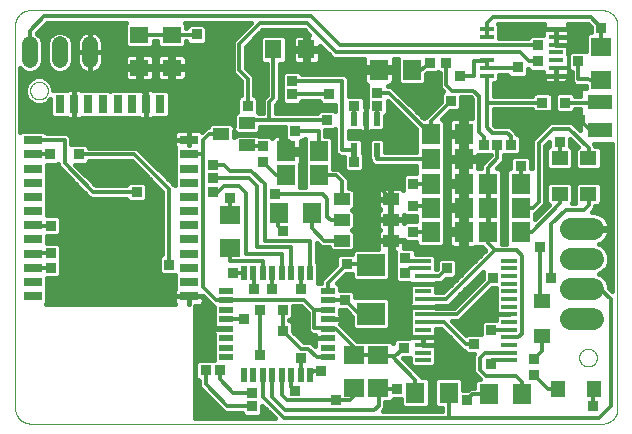
<source format=gtl>
G75*
%MOIN*%
%OFA0B0*%
%FSLAX25Y25*%
%IPPOS*%
%LPD*%
%AMOC8*
5,1,8,0,0,1.08239X$1,22.5*
%
%ADD10C,0.00000*%
%ADD11R,0.06299X0.03150*%
%ADD12R,0.03150X0.06299*%
%ADD13R,0.04724X0.05512*%
%ADD14R,0.06299X0.07087*%
%ADD15R,0.05512X0.04724*%
%ADD16R,0.02165X0.04724*%
%ADD17R,0.05512X0.06299*%
%ADD18R,0.06299X0.05512*%
%ADD19R,0.08000X0.05000*%
%ADD20C,0.05200*%
%ADD21R,0.05512X0.03937*%
%ADD22R,0.04961X0.01417*%
%ADD23R,0.07087X0.06299*%
%ADD24R,0.05000X0.02200*%
%ADD25R,0.02200X0.05000*%
%ADD26R,0.09449X0.07480*%
%ADD27R,0.05500X0.01370*%
%ADD28R,0.05315X0.03937*%
%ADD29C,0.07400*%
%ADD30C,0.01600*%
%ADD31C,0.00800*%
%ADD32C,0.01200*%
%ADD33R,0.03562X0.03562*%
D10*
X0012311Y0006800D02*
X0202587Y0006800D01*
X0202727Y0006802D01*
X0202867Y0006808D01*
X0203007Y0006818D01*
X0203147Y0006831D01*
X0203286Y0006849D01*
X0203425Y0006871D01*
X0203562Y0006896D01*
X0203700Y0006925D01*
X0203836Y0006958D01*
X0203971Y0006995D01*
X0204105Y0007036D01*
X0204238Y0007081D01*
X0204370Y0007129D01*
X0204500Y0007181D01*
X0204629Y0007236D01*
X0204756Y0007295D01*
X0204882Y0007358D01*
X0205006Y0007424D01*
X0205127Y0007493D01*
X0205247Y0007566D01*
X0205365Y0007643D01*
X0205480Y0007722D01*
X0205594Y0007805D01*
X0205704Y0007891D01*
X0205813Y0007980D01*
X0205919Y0008072D01*
X0206022Y0008167D01*
X0206123Y0008264D01*
X0206220Y0008365D01*
X0206315Y0008468D01*
X0206407Y0008574D01*
X0206496Y0008683D01*
X0206582Y0008793D01*
X0206665Y0008907D01*
X0206744Y0009022D01*
X0206821Y0009140D01*
X0206894Y0009260D01*
X0206963Y0009381D01*
X0207029Y0009505D01*
X0207092Y0009631D01*
X0207151Y0009758D01*
X0207206Y0009887D01*
X0207258Y0010017D01*
X0207306Y0010149D01*
X0207351Y0010282D01*
X0207392Y0010416D01*
X0207429Y0010551D01*
X0207462Y0010687D01*
X0207491Y0010825D01*
X0207516Y0010962D01*
X0207538Y0011101D01*
X0207556Y0011240D01*
X0207569Y0011380D01*
X0207579Y0011520D01*
X0207585Y0011660D01*
X0207587Y0011800D01*
X0207587Y0139595D01*
X0207585Y0139735D01*
X0207579Y0139875D01*
X0207569Y0140015D01*
X0207556Y0140155D01*
X0207538Y0140294D01*
X0207516Y0140433D01*
X0207491Y0140570D01*
X0207462Y0140708D01*
X0207429Y0140844D01*
X0207392Y0140979D01*
X0207351Y0141113D01*
X0207306Y0141246D01*
X0207258Y0141378D01*
X0207206Y0141508D01*
X0207151Y0141637D01*
X0207092Y0141764D01*
X0207029Y0141890D01*
X0206963Y0142014D01*
X0206894Y0142135D01*
X0206821Y0142255D01*
X0206744Y0142373D01*
X0206665Y0142488D01*
X0206582Y0142602D01*
X0206496Y0142712D01*
X0206407Y0142821D01*
X0206315Y0142927D01*
X0206220Y0143030D01*
X0206123Y0143131D01*
X0206022Y0143228D01*
X0205919Y0143323D01*
X0205813Y0143415D01*
X0205704Y0143504D01*
X0205594Y0143590D01*
X0205480Y0143673D01*
X0205365Y0143752D01*
X0205247Y0143829D01*
X0205127Y0143902D01*
X0205006Y0143971D01*
X0204882Y0144037D01*
X0204756Y0144100D01*
X0204629Y0144159D01*
X0204500Y0144214D01*
X0204370Y0144266D01*
X0204238Y0144314D01*
X0204105Y0144359D01*
X0203971Y0144400D01*
X0203836Y0144437D01*
X0203700Y0144470D01*
X0203562Y0144499D01*
X0203425Y0144524D01*
X0203286Y0144546D01*
X0203147Y0144564D01*
X0203007Y0144577D01*
X0202867Y0144587D01*
X0202727Y0144593D01*
X0202587Y0144595D01*
X0011819Y0144595D01*
X0011678Y0144593D01*
X0011538Y0144588D01*
X0011397Y0144578D01*
X0011257Y0144564D01*
X0011117Y0144547D01*
X0010978Y0144526D01*
X0010839Y0144500D01*
X0010702Y0144471D01*
X0010565Y0144438D01*
X0010429Y0144401D01*
X0010294Y0144360D01*
X0010160Y0144316D01*
X0010028Y0144268D01*
X0009897Y0144216D01*
X0009768Y0144160D01*
X0009640Y0144101D01*
X0009514Y0144038D01*
X0009389Y0143972D01*
X0009267Y0143902D01*
X0009147Y0143829D01*
X0009029Y0143752D01*
X0008913Y0143673D01*
X0008799Y0143590D01*
X0008687Y0143503D01*
X0008578Y0143414D01*
X0008472Y0143322D01*
X0008368Y0143226D01*
X0008267Y0143128D01*
X0008169Y0143027D01*
X0008074Y0142924D01*
X0007982Y0142817D01*
X0007892Y0142708D01*
X0007806Y0142597D01*
X0007723Y0142483D01*
X0007643Y0142367D01*
X0007567Y0142249D01*
X0007493Y0142129D01*
X0007424Y0142006D01*
X0007357Y0141882D01*
X0007294Y0141756D01*
X0007235Y0141628D01*
X0007180Y0141499D01*
X0007128Y0141368D01*
X0007079Y0141236D01*
X0007035Y0141102D01*
X0006994Y0140967D01*
X0006957Y0140831D01*
X0006924Y0140694D01*
X0006895Y0140557D01*
X0006870Y0140418D01*
X0006848Y0140279D01*
X0006831Y0140139D01*
X0006817Y0139999D01*
X0006807Y0139858D01*
X0006802Y0139718D01*
X0006800Y0139577D01*
X0006800Y0011780D01*
X0006810Y0011636D01*
X0006823Y0011492D01*
X0006841Y0011348D01*
X0006862Y0011205D01*
X0006888Y0011063D01*
X0006917Y0010921D01*
X0006950Y0010780D01*
X0006987Y0010641D01*
X0007028Y0010502D01*
X0007073Y0010364D01*
X0007121Y0010228D01*
X0007173Y0010093D01*
X0007229Y0009959D01*
X0007289Y0009828D01*
X0007352Y0009697D01*
X0007418Y0009569D01*
X0007488Y0009442D01*
X0007562Y0009318D01*
X0007639Y0009195D01*
X0007719Y0009075D01*
X0007803Y0008957D01*
X0007890Y0008841D01*
X0007980Y0008728D01*
X0008073Y0008617D01*
X0008169Y0008509D01*
X0008268Y0008404D01*
X0008370Y0008301D01*
X0008474Y0008201D01*
X0008581Y0008104D01*
X0008691Y0008010D01*
X0008804Y0007919D01*
X0008919Y0007831D01*
X0009036Y0007747D01*
X0009156Y0007665D01*
X0009278Y0007587D01*
X0009402Y0007512D01*
X0009527Y0007441D01*
X0009655Y0007373D01*
X0009785Y0007309D01*
X0009916Y0007249D01*
X0010049Y0007192D01*
X0010184Y0007138D01*
X0010320Y0007089D01*
X0010457Y0007043D01*
X0010595Y0007001D01*
X0010735Y0006963D01*
X0010875Y0006928D01*
X0011017Y0006898D01*
X0011159Y0006871D01*
X0011302Y0006848D01*
X0011445Y0006830D01*
X0011589Y0006815D01*
X0011733Y0006804D01*
X0011878Y0006797D01*
X0012022Y0006794D01*
X0012167Y0006795D01*
X0012312Y0006800D01*
X0194847Y0028800D02*
X0194849Y0028908D01*
X0194855Y0029017D01*
X0194865Y0029125D01*
X0194879Y0029232D01*
X0194897Y0029339D01*
X0194918Y0029446D01*
X0194944Y0029551D01*
X0194974Y0029656D01*
X0195007Y0029759D01*
X0195044Y0029861D01*
X0195085Y0029961D01*
X0195129Y0030060D01*
X0195178Y0030158D01*
X0195229Y0030253D01*
X0195284Y0030346D01*
X0195343Y0030438D01*
X0195405Y0030527D01*
X0195470Y0030614D01*
X0195538Y0030698D01*
X0195609Y0030780D01*
X0195683Y0030859D01*
X0195760Y0030935D01*
X0195840Y0031009D01*
X0195923Y0031079D01*
X0196008Y0031147D01*
X0196095Y0031211D01*
X0196185Y0031272D01*
X0196277Y0031330D01*
X0196371Y0031384D01*
X0196467Y0031435D01*
X0196564Y0031482D01*
X0196664Y0031526D01*
X0196765Y0031566D01*
X0196867Y0031602D01*
X0196970Y0031634D01*
X0197075Y0031663D01*
X0197181Y0031687D01*
X0197287Y0031708D01*
X0197394Y0031725D01*
X0197502Y0031738D01*
X0197610Y0031747D01*
X0197719Y0031752D01*
X0197827Y0031753D01*
X0197936Y0031750D01*
X0198044Y0031743D01*
X0198152Y0031732D01*
X0198259Y0031717D01*
X0198366Y0031698D01*
X0198472Y0031675D01*
X0198577Y0031649D01*
X0198682Y0031618D01*
X0198784Y0031584D01*
X0198886Y0031546D01*
X0198986Y0031504D01*
X0199085Y0031459D01*
X0199182Y0031410D01*
X0199276Y0031357D01*
X0199369Y0031301D01*
X0199460Y0031242D01*
X0199549Y0031179D01*
X0199635Y0031114D01*
X0199719Y0031045D01*
X0199800Y0030973D01*
X0199878Y0030898D01*
X0199954Y0030820D01*
X0200027Y0030739D01*
X0200097Y0030656D01*
X0200163Y0030571D01*
X0200227Y0030483D01*
X0200287Y0030392D01*
X0200344Y0030300D01*
X0200397Y0030205D01*
X0200447Y0030109D01*
X0200493Y0030011D01*
X0200536Y0029911D01*
X0200575Y0029810D01*
X0200610Y0029707D01*
X0200642Y0029604D01*
X0200669Y0029499D01*
X0200693Y0029393D01*
X0200713Y0029286D01*
X0200729Y0029179D01*
X0200741Y0029071D01*
X0200749Y0028963D01*
X0200753Y0028854D01*
X0200753Y0028746D01*
X0200749Y0028637D01*
X0200741Y0028529D01*
X0200729Y0028421D01*
X0200713Y0028314D01*
X0200693Y0028207D01*
X0200669Y0028101D01*
X0200642Y0027996D01*
X0200610Y0027893D01*
X0200575Y0027790D01*
X0200536Y0027689D01*
X0200493Y0027589D01*
X0200447Y0027491D01*
X0200397Y0027395D01*
X0200344Y0027300D01*
X0200287Y0027208D01*
X0200227Y0027117D01*
X0200163Y0027029D01*
X0200097Y0026944D01*
X0200027Y0026861D01*
X0199954Y0026780D01*
X0199878Y0026702D01*
X0199800Y0026627D01*
X0199719Y0026555D01*
X0199635Y0026486D01*
X0199549Y0026421D01*
X0199460Y0026358D01*
X0199369Y0026299D01*
X0199277Y0026243D01*
X0199182Y0026190D01*
X0199085Y0026141D01*
X0198986Y0026096D01*
X0198886Y0026054D01*
X0198784Y0026016D01*
X0198682Y0025982D01*
X0198577Y0025951D01*
X0198472Y0025925D01*
X0198366Y0025902D01*
X0198259Y0025883D01*
X0198152Y0025868D01*
X0198044Y0025857D01*
X0197936Y0025850D01*
X0197827Y0025847D01*
X0197719Y0025848D01*
X0197610Y0025853D01*
X0197502Y0025862D01*
X0197394Y0025875D01*
X0197287Y0025892D01*
X0197181Y0025913D01*
X0197075Y0025937D01*
X0196970Y0025966D01*
X0196867Y0025998D01*
X0196765Y0026034D01*
X0196664Y0026074D01*
X0196564Y0026118D01*
X0196467Y0026165D01*
X0196371Y0026216D01*
X0196277Y0026270D01*
X0196185Y0026328D01*
X0196095Y0026389D01*
X0196008Y0026453D01*
X0195923Y0026521D01*
X0195840Y0026591D01*
X0195760Y0026665D01*
X0195683Y0026741D01*
X0195609Y0026820D01*
X0195538Y0026902D01*
X0195470Y0026986D01*
X0195405Y0027073D01*
X0195343Y0027162D01*
X0195284Y0027254D01*
X0195229Y0027347D01*
X0195178Y0027442D01*
X0195129Y0027540D01*
X0195085Y0027639D01*
X0195044Y0027739D01*
X0195007Y0027841D01*
X0194974Y0027944D01*
X0194944Y0028049D01*
X0194918Y0028154D01*
X0194897Y0028261D01*
X0194879Y0028368D01*
X0194865Y0028475D01*
X0194855Y0028583D01*
X0194849Y0028692D01*
X0194847Y0028800D01*
X0011847Y0117800D02*
X0011849Y0117908D01*
X0011855Y0118017D01*
X0011865Y0118125D01*
X0011879Y0118232D01*
X0011897Y0118339D01*
X0011918Y0118446D01*
X0011944Y0118551D01*
X0011974Y0118656D01*
X0012007Y0118759D01*
X0012044Y0118861D01*
X0012085Y0118961D01*
X0012129Y0119060D01*
X0012178Y0119158D01*
X0012229Y0119253D01*
X0012284Y0119346D01*
X0012343Y0119438D01*
X0012405Y0119527D01*
X0012470Y0119614D01*
X0012538Y0119698D01*
X0012609Y0119780D01*
X0012683Y0119859D01*
X0012760Y0119935D01*
X0012840Y0120009D01*
X0012923Y0120079D01*
X0013008Y0120147D01*
X0013095Y0120211D01*
X0013185Y0120272D01*
X0013277Y0120330D01*
X0013371Y0120384D01*
X0013467Y0120435D01*
X0013564Y0120482D01*
X0013664Y0120526D01*
X0013765Y0120566D01*
X0013867Y0120602D01*
X0013970Y0120634D01*
X0014075Y0120663D01*
X0014181Y0120687D01*
X0014287Y0120708D01*
X0014394Y0120725D01*
X0014502Y0120738D01*
X0014610Y0120747D01*
X0014719Y0120752D01*
X0014827Y0120753D01*
X0014936Y0120750D01*
X0015044Y0120743D01*
X0015152Y0120732D01*
X0015259Y0120717D01*
X0015366Y0120698D01*
X0015472Y0120675D01*
X0015577Y0120649D01*
X0015682Y0120618D01*
X0015784Y0120584D01*
X0015886Y0120546D01*
X0015986Y0120504D01*
X0016085Y0120459D01*
X0016182Y0120410D01*
X0016276Y0120357D01*
X0016369Y0120301D01*
X0016460Y0120242D01*
X0016549Y0120179D01*
X0016635Y0120114D01*
X0016719Y0120045D01*
X0016800Y0119973D01*
X0016878Y0119898D01*
X0016954Y0119820D01*
X0017027Y0119739D01*
X0017097Y0119656D01*
X0017163Y0119571D01*
X0017227Y0119483D01*
X0017287Y0119392D01*
X0017344Y0119300D01*
X0017397Y0119205D01*
X0017447Y0119109D01*
X0017493Y0119011D01*
X0017536Y0118911D01*
X0017575Y0118810D01*
X0017610Y0118707D01*
X0017642Y0118604D01*
X0017669Y0118499D01*
X0017693Y0118393D01*
X0017713Y0118286D01*
X0017729Y0118179D01*
X0017741Y0118071D01*
X0017749Y0117963D01*
X0017753Y0117854D01*
X0017753Y0117746D01*
X0017749Y0117637D01*
X0017741Y0117529D01*
X0017729Y0117421D01*
X0017713Y0117314D01*
X0017693Y0117207D01*
X0017669Y0117101D01*
X0017642Y0116996D01*
X0017610Y0116893D01*
X0017575Y0116790D01*
X0017536Y0116689D01*
X0017493Y0116589D01*
X0017447Y0116491D01*
X0017397Y0116395D01*
X0017344Y0116300D01*
X0017287Y0116208D01*
X0017227Y0116117D01*
X0017163Y0116029D01*
X0017097Y0115944D01*
X0017027Y0115861D01*
X0016954Y0115780D01*
X0016878Y0115702D01*
X0016800Y0115627D01*
X0016719Y0115555D01*
X0016635Y0115486D01*
X0016549Y0115421D01*
X0016460Y0115358D01*
X0016369Y0115299D01*
X0016277Y0115243D01*
X0016182Y0115190D01*
X0016085Y0115141D01*
X0015986Y0115096D01*
X0015886Y0115054D01*
X0015784Y0115016D01*
X0015682Y0114982D01*
X0015577Y0114951D01*
X0015472Y0114925D01*
X0015366Y0114902D01*
X0015259Y0114883D01*
X0015152Y0114868D01*
X0015044Y0114857D01*
X0014936Y0114850D01*
X0014827Y0114847D01*
X0014719Y0114848D01*
X0014610Y0114853D01*
X0014502Y0114862D01*
X0014394Y0114875D01*
X0014287Y0114892D01*
X0014181Y0114913D01*
X0014075Y0114937D01*
X0013970Y0114966D01*
X0013867Y0114998D01*
X0013765Y0115034D01*
X0013664Y0115074D01*
X0013564Y0115118D01*
X0013467Y0115165D01*
X0013371Y0115216D01*
X0013277Y0115270D01*
X0013185Y0115328D01*
X0013095Y0115389D01*
X0013008Y0115453D01*
X0012923Y0115521D01*
X0012840Y0115591D01*
X0012760Y0115665D01*
X0012683Y0115741D01*
X0012609Y0115820D01*
X0012538Y0115902D01*
X0012470Y0115986D01*
X0012405Y0116073D01*
X0012343Y0116162D01*
X0012284Y0116254D01*
X0012229Y0116347D01*
X0012178Y0116442D01*
X0012129Y0116540D01*
X0012085Y0116639D01*
X0012044Y0116739D01*
X0012007Y0116841D01*
X0011974Y0116944D01*
X0011944Y0117049D01*
X0011918Y0117154D01*
X0011897Y0117261D01*
X0011879Y0117368D01*
X0011865Y0117475D01*
X0011855Y0117583D01*
X0011849Y0117692D01*
X0011847Y0117800D01*
D11*
X0012753Y0101284D03*
X0012753Y0096560D03*
X0012753Y0091835D03*
X0012753Y0087111D03*
X0012753Y0082387D03*
X0012753Y0077662D03*
X0012753Y0072938D03*
X0012753Y0068213D03*
X0012753Y0063489D03*
X0012753Y0058765D03*
X0012753Y0054040D03*
X0012753Y0049316D03*
X0064721Y0049316D03*
X0064721Y0054040D03*
X0064721Y0058765D03*
X0064721Y0063489D03*
X0064721Y0068213D03*
X0064721Y0072938D03*
X0064721Y0077662D03*
X0064721Y0082387D03*
X0064721Y0087111D03*
X0064721Y0091835D03*
X0064721Y0096560D03*
X0064721Y0101284D03*
D12*
X0055166Y0113292D03*
X0050442Y0113292D03*
X0045717Y0113292D03*
X0040993Y0113292D03*
X0035981Y0113292D03*
X0031257Y0113292D03*
X0026532Y0113292D03*
X0021808Y0113292D03*
D13*
X0187894Y0018500D03*
X0199706Y0018500D03*
D14*
X0175681Y0016524D03*
X0164657Y0016524D03*
X0151300Y0017041D03*
X0140276Y0017041D03*
X0145288Y0070800D03*
X0156312Y0070800D03*
X0164288Y0070800D03*
X0164288Y0078800D03*
X0156312Y0078800D03*
X0145288Y0078800D03*
X0145288Y0086800D03*
X0156312Y0086800D03*
X0164288Y0086800D03*
X0175312Y0086800D03*
X0175312Y0078800D03*
X0175312Y0070800D03*
X0156312Y0095050D03*
X0145288Y0095050D03*
X0145288Y0103300D03*
X0156312Y0103300D03*
X0139062Y0124800D03*
X0128038Y0124800D03*
X0108120Y0097617D03*
X0097097Y0097617D03*
X0097081Y0089580D03*
X0108105Y0089580D03*
X0105700Y0076893D03*
X0094676Y0076893D03*
D15*
X0182600Y0047706D03*
X0182600Y0035894D03*
X0188300Y0083394D03*
X0197900Y0083394D03*
X0197900Y0095206D03*
X0188300Y0095206D03*
D16*
X0127423Y0098072D03*
X0119943Y0098072D03*
X0119943Y0108309D03*
X0123683Y0108309D03*
X0127423Y0108309D03*
D17*
X0103929Y0131560D03*
X0092906Y0131560D03*
D18*
X0059000Y0136512D03*
X0048250Y0136512D03*
X0048250Y0125488D03*
X0059000Y0125488D03*
D19*
X0201800Y0113861D03*
X0201800Y0104688D03*
D20*
X0031757Y0128011D02*
X0031757Y0133211D01*
X0021757Y0133211D02*
X0021757Y0128011D01*
X0011757Y0128011D02*
X0011757Y0133211D01*
D21*
X0075550Y0103262D03*
X0084211Y0099522D03*
X0084211Y0107002D03*
D22*
X0164083Y0122843D03*
X0164083Y0125402D03*
X0164083Y0127961D03*
X0164083Y0130520D03*
X0164083Y0133080D03*
X0164083Y0135639D03*
X0164083Y0138198D03*
X0187115Y0138198D03*
X0187115Y0135639D03*
X0187115Y0133080D03*
X0187115Y0130520D03*
X0187115Y0127961D03*
X0187115Y0125402D03*
X0187115Y0122843D03*
D23*
X0202196Y0121470D03*
X0202196Y0132494D03*
X0078361Y0076419D03*
X0078361Y0065395D03*
X0119647Y0029708D03*
X0127926Y0029653D03*
X0127926Y0018629D03*
X0119647Y0018684D03*
D24*
X0110980Y0029013D03*
X0110980Y0032162D03*
X0110980Y0035312D03*
X0110980Y0038461D03*
X0110980Y0041611D03*
X0110980Y0044761D03*
X0110980Y0047910D03*
X0110980Y0051060D03*
X0077180Y0051060D03*
X0077180Y0047910D03*
X0077180Y0044761D03*
X0077180Y0041611D03*
X0077180Y0038461D03*
X0077180Y0035312D03*
X0077180Y0032162D03*
X0077180Y0029013D03*
D25*
X0083056Y0023136D03*
X0086206Y0023136D03*
X0089355Y0023136D03*
X0092505Y0023136D03*
X0095654Y0023136D03*
X0098804Y0023136D03*
X0101954Y0023136D03*
X0105103Y0023136D03*
X0105103Y0056936D03*
X0101954Y0056936D03*
X0098804Y0056936D03*
X0095654Y0056936D03*
X0092505Y0056936D03*
X0089355Y0056936D03*
X0086206Y0056936D03*
X0083056Y0056936D03*
D26*
X0125590Y0059713D03*
X0125590Y0043513D03*
D27*
X0142694Y0043229D03*
X0142694Y0045788D03*
X0142694Y0048347D03*
X0142694Y0050906D03*
X0142694Y0053465D03*
X0142694Y0056024D03*
X0142694Y0058583D03*
X0142694Y0061143D03*
X0171481Y0061143D03*
X0171481Y0058583D03*
X0171481Y0056024D03*
X0171481Y0053465D03*
X0171481Y0050906D03*
X0171481Y0048347D03*
X0171481Y0045788D03*
X0171481Y0043229D03*
X0171481Y0040670D03*
X0171481Y0038111D03*
X0171481Y0035552D03*
X0171481Y0032993D03*
X0171481Y0030434D03*
X0171481Y0027875D03*
X0142694Y0027875D03*
X0142694Y0030434D03*
X0142694Y0032993D03*
X0142694Y0035552D03*
X0142694Y0038111D03*
X0142694Y0040670D03*
D28*
X0132076Y0067821D03*
X0132076Y0074711D03*
X0132076Y0081600D03*
X0115776Y0081600D03*
X0115776Y0074711D03*
X0115776Y0067821D03*
D29*
X0192100Y0071800D02*
X0199500Y0071800D01*
X0199500Y0061800D02*
X0192100Y0061800D01*
X0192100Y0051800D02*
X0199500Y0051800D01*
X0199500Y0041800D02*
X0192100Y0041800D01*
D30*
X0204827Y0051922D02*
X0204827Y0052860D01*
X0204016Y0054817D01*
X0202517Y0056316D01*
X0201348Y0056800D01*
X0202517Y0057284D01*
X0204016Y0058783D01*
X0204827Y0060740D01*
X0204827Y0062860D01*
X0204016Y0064817D01*
X0202517Y0066316D01*
X0201595Y0066698D01*
X0201611Y0066703D01*
X0202383Y0067096D01*
X0203083Y0067605D01*
X0203695Y0068217D01*
X0204204Y0068917D01*
X0204597Y0069689D01*
X0204865Y0070512D01*
X0205000Y0071367D01*
X0205000Y0071500D01*
X0196100Y0071500D01*
X0196100Y0072100D01*
X0205000Y0072100D01*
X0205000Y0072233D01*
X0204865Y0073088D01*
X0204597Y0073911D01*
X0204204Y0074683D01*
X0203695Y0075383D01*
X0203083Y0075995D01*
X0202383Y0076504D01*
X0201611Y0076897D01*
X0200788Y0077165D01*
X0199933Y0077300D01*
X0198949Y0077300D01*
X0198972Y0077323D01*
X0198972Y0077323D01*
X0200277Y0078628D01*
X0200277Y0079406D01*
X0201330Y0079406D01*
X0202283Y0080358D01*
X0202283Y0086431D01*
X0201330Y0087383D01*
X0194470Y0087383D01*
X0193517Y0086431D01*
X0193517Y0080358D01*
X0193599Y0080277D01*
X0192601Y0080277D01*
X0192683Y0080358D01*
X0192683Y0086431D01*
X0191730Y0087383D01*
X0184870Y0087383D01*
X0183917Y0086431D01*
X0183917Y0080358D01*
X0184688Y0079587D01*
X0180088Y0074987D01*
X0180088Y0076573D01*
X0180222Y0076573D01*
X0183527Y0079878D01*
X0183527Y0099378D01*
X0184892Y0100743D01*
X0184892Y0099194D01*
X0184870Y0099194D01*
X0183917Y0098242D01*
X0183917Y0092169D01*
X0184870Y0091217D01*
X0191730Y0091217D01*
X0192683Y0092169D01*
X0192683Y0098242D01*
X0191730Y0099194D01*
X0191708Y0099194D01*
X0191708Y0101743D01*
X0194363Y0099088D01*
X0193517Y0098242D01*
X0193517Y0092169D01*
X0194470Y0091217D01*
X0201330Y0091217D01*
X0202283Y0092169D01*
X0202283Y0098242D01*
X0201330Y0099194D01*
X0200277Y0099194D01*
X0200277Y0099472D01*
X0199861Y0099888D01*
X0205787Y0099888D01*
X0205787Y0050962D01*
X0204827Y0051922D01*
X0205191Y0051558D02*
X0205787Y0051558D01*
X0205787Y0053157D02*
X0204704Y0053157D01*
X0204042Y0054755D02*
X0205787Y0054755D01*
X0205787Y0056354D02*
X0202426Y0056354D01*
X0203186Y0057952D02*
X0205787Y0057952D01*
X0205787Y0059551D02*
X0204334Y0059551D01*
X0204827Y0061149D02*
X0205787Y0061149D01*
X0205787Y0062748D02*
X0204827Y0062748D01*
X0204211Y0064346D02*
X0205787Y0064346D01*
X0205787Y0065945D02*
X0202888Y0065945D01*
X0202998Y0067543D02*
X0205787Y0067543D01*
X0205787Y0069142D02*
X0204318Y0069142D01*
X0204901Y0070740D02*
X0205787Y0070740D01*
X0205787Y0072339D02*
X0204983Y0072339D01*
X0204584Y0073937D02*
X0205787Y0073937D01*
X0205787Y0075536D02*
X0203542Y0075536D01*
X0205787Y0077134D02*
X0200880Y0077134D01*
X0200277Y0078733D02*
X0205787Y0078733D01*
X0205787Y0080332D02*
X0202256Y0080332D01*
X0202283Y0081930D02*
X0205787Y0081930D01*
X0205787Y0083529D02*
X0202283Y0083529D01*
X0202283Y0085127D02*
X0205787Y0085127D01*
X0205787Y0086726D02*
X0201988Y0086726D01*
X0205787Y0088324D02*
X0183527Y0088324D01*
X0183527Y0086726D02*
X0184212Y0086726D01*
X0183917Y0085127D02*
X0183527Y0085127D01*
X0183527Y0083529D02*
X0183917Y0083529D01*
X0183917Y0081930D02*
X0183527Y0081930D01*
X0183527Y0080332D02*
X0183944Y0080332D01*
X0183834Y0078733D02*
X0182382Y0078733D01*
X0182235Y0077134D02*
X0180784Y0077134D01*
X0180637Y0075536D02*
X0180088Y0075536D01*
X0170535Y0075536D02*
X0169065Y0075536D01*
X0169065Y0077134D02*
X0170535Y0077134D01*
X0170535Y0078733D02*
X0169065Y0078733D01*
X0169065Y0080332D02*
X0170535Y0080332D01*
X0170535Y0081930D02*
X0169065Y0081930D01*
X0169065Y0083529D02*
X0170535Y0083529D01*
X0170535Y0085127D02*
X0169065Y0085127D01*
X0169065Y0086726D02*
X0170535Y0086726D01*
X0170535Y0088324D02*
X0169065Y0088324D01*
X0169065Y0089923D02*
X0170535Y0089923D01*
X0170535Y0091017D02*
X0170535Y0066777D01*
X0169065Y0066777D01*
X0169065Y0091017D01*
X0168112Y0091970D01*
X0167369Y0091970D01*
X0169777Y0094378D01*
X0169777Y0096392D01*
X0174505Y0096392D01*
X0175458Y0097345D01*
X0175458Y0102255D01*
X0174505Y0103208D01*
X0174277Y0103208D01*
X0174277Y0103472D01*
X0172972Y0104777D01*
X0171722Y0106027D01*
X0166722Y0106027D01*
X0166310Y0106439D01*
X0166310Y0111573D01*
X0179142Y0111573D01*
X0179142Y0111345D01*
X0180095Y0110392D01*
X0185005Y0110392D01*
X0185958Y0111345D01*
X0185958Y0116255D01*
X0185005Y0117208D01*
X0180095Y0117208D01*
X0179142Y0116255D01*
X0179142Y0116027D01*
X0166310Y0116027D01*
X0166310Y0120508D01*
X0167238Y0120508D01*
X0168191Y0121461D01*
X0168191Y0123176D01*
X0170892Y0123176D01*
X0170892Y0123095D01*
X0171845Y0122142D01*
X0176755Y0122142D01*
X0177708Y0123095D01*
X0177708Y0125029D01*
X0178595Y0124142D01*
X0182919Y0124142D01*
X0182924Y0124123D01*
X0182835Y0123789D01*
X0182835Y0122843D01*
X0182835Y0121898D01*
X0182957Y0121440D01*
X0183194Y0121029D01*
X0183529Y0120694D01*
X0183940Y0120457D01*
X0184398Y0120335D01*
X0187115Y0120335D01*
X0189832Y0120335D01*
X0190290Y0120457D01*
X0190700Y0120694D01*
X0191036Y0121029D01*
X0191273Y0121440D01*
X0191395Y0121898D01*
X0191395Y0122843D01*
X0187115Y0122843D01*
X0187115Y0120335D01*
X0187115Y0122843D01*
X0187115Y0122843D01*
X0187115Y0122843D01*
X0182835Y0122843D01*
X0187115Y0122843D01*
X0187115Y0122843D01*
X0191395Y0122843D01*
X0191395Y0123789D01*
X0191306Y0124123D01*
X0191395Y0124457D01*
X0191395Y0124842D01*
X0192095Y0124142D01*
X0192309Y0124142D01*
X0192299Y0121567D01*
X0192289Y0120651D01*
X0192295Y0120645D01*
X0192295Y0120637D01*
X0192940Y0119987D01*
X0193580Y0119333D01*
X0193588Y0119333D01*
X0193594Y0119327D01*
X0194510Y0119323D01*
X0197026Y0119297D01*
X0197026Y0118661D01*
X0195469Y0118661D01*
X0195000Y0118192D01*
X0195000Y0116027D01*
X0193458Y0116027D01*
X0193458Y0116255D01*
X0192505Y0117208D01*
X0187595Y0117208D01*
X0186642Y0116255D01*
X0186642Y0111345D01*
X0187595Y0110392D01*
X0192505Y0110392D01*
X0193458Y0111345D01*
X0193458Y0111573D01*
X0195000Y0111573D01*
X0195000Y0109530D01*
X0195255Y0109274D01*
X0195000Y0109019D01*
X0195000Y0104749D01*
X0192472Y0107277D01*
X0185128Y0107277D01*
X0183823Y0105972D01*
X0179073Y0101222D01*
X0179073Y0091970D01*
X0178708Y0091970D01*
X0178708Y0095005D01*
X0177755Y0095958D01*
X0172845Y0095958D01*
X0171892Y0095005D01*
X0171892Y0091970D01*
X0171488Y0091970D01*
X0170535Y0091017D01*
X0171039Y0091521D02*
X0168561Y0091521D01*
X0168519Y0093120D02*
X0171892Y0093120D01*
X0171892Y0094718D02*
X0169777Y0094718D01*
X0169777Y0096317D02*
X0179073Y0096317D01*
X0179073Y0097915D02*
X0175458Y0097915D01*
X0175458Y0099514D02*
X0179073Y0099514D01*
X0179073Y0101112D02*
X0175458Y0101112D01*
X0175002Y0102711D02*
X0180562Y0102711D01*
X0182160Y0104309D02*
X0173440Y0104309D01*
X0171841Y0105908D02*
X0183759Y0105908D01*
X0191708Y0101112D02*
X0192339Y0101112D01*
X0191708Y0099514D02*
X0193937Y0099514D01*
X0193517Y0097915D02*
X0192683Y0097915D01*
X0192683Y0096317D02*
X0193517Y0096317D01*
X0193517Y0094718D02*
X0192683Y0094718D01*
X0192683Y0093120D02*
X0193517Y0093120D01*
X0194166Y0091521D02*
X0192034Y0091521D01*
X0192388Y0086726D02*
X0193812Y0086726D01*
X0193517Y0085127D02*
X0192683Y0085127D01*
X0192683Y0083529D02*
X0193517Y0083529D01*
X0193517Y0081930D02*
X0192683Y0081930D01*
X0192656Y0080332D02*
X0193544Y0080332D01*
X0183527Y0089923D02*
X0205787Y0089923D01*
X0205787Y0091521D02*
X0201634Y0091521D01*
X0202283Y0093120D02*
X0205787Y0093120D01*
X0205787Y0094718D02*
X0202283Y0094718D01*
X0202283Y0096317D02*
X0205787Y0096317D01*
X0205787Y0097915D02*
X0202283Y0097915D01*
X0200235Y0099514D02*
X0205787Y0099514D01*
X0195000Y0105908D02*
X0193841Y0105908D01*
X0195000Y0107506D02*
X0166310Y0107506D01*
X0166310Y0109105D02*
X0195086Y0109105D01*
X0195000Y0110703D02*
X0192816Y0110703D01*
X0187284Y0110703D02*
X0185316Y0110703D01*
X0185958Y0112302D02*
X0186642Y0112302D01*
X0186642Y0113900D02*
X0185958Y0113900D01*
X0185958Y0115499D02*
X0186642Y0115499D01*
X0187484Y0117097D02*
X0185116Y0117097D01*
X0179984Y0117097D02*
X0166310Y0117097D01*
X0166310Y0118696D02*
X0197026Y0118696D01*
X0195000Y0117097D02*
X0192616Y0117097D01*
X0192635Y0120294D02*
X0166310Y0120294D01*
X0168191Y0121893D02*
X0182836Y0121893D01*
X0182835Y0123491D02*
X0177708Y0123491D01*
X0187115Y0123491D02*
X0187115Y0123491D01*
X0187115Y0122894D02*
X0187115Y0125402D01*
X0187115Y0125402D01*
X0187115Y0122843D01*
X0187115Y0122843D01*
X0187115Y0122894D01*
X0187115Y0121893D02*
X0187115Y0121893D01*
X0187115Y0125090D02*
X0187115Y0125090D01*
X0191395Y0123491D02*
X0192307Y0123491D01*
X0192300Y0121893D02*
X0191394Y0121893D01*
X0191222Y0130085D02*
X0191222Y0131589D01*
X0191273Y0131676D01*
X0191395Y0132134D01*
X0191395Y0133079D01*
X0187115Y0133079D01*
X0187115Y0133080D01*
X0187115Y0133080D01*
X0187115Y0133130D01*
X0187115Y0135638D01*
X0187115Y0135638D01*
X0187115Y0133080D01*
X0191395Y0133080D01*
X0191395Y0134025D01*
X0191306Y0134359D01*
X0191395Y0134693D01*
X0191395Y0135639D01*
X0191395Y0136584D01*
X0191306Y0136918D01*
X0191395Y0137252D01*
X0191395Y0138198D01*
X0191395Y0139143D01*
X0191273Y0139601D01*
X0191036Y0140012D01*
X0190974Y0140073D01*
X0197830Y0140073D01*
X0198698Y0139139D01*
X0198698Y0137270D01*
X0197979Y0137270D01*
X0197026Y0136317D01*
X0197026Y0130937D01*
X0197005Y0130958D01*
X0192095Y0130958D01*
X0191222Y0130085D01*
X0191222Y0131484D02*
X0197026Y0131484D01*
X0197026Y0133082D02*
X0191395Y0133082D01*
X0191392Y0134681D02*
X0197026Y0134681D01*
X0197026Y0136279D02*
X0191395Y0136279D01*
X0191395Y0135639D02*
X0187115Y0135639D01*
X0187115Y0135639D01*
X0187115Y0135689D01*
X0187115Y0138198D01*
X0191395Y0138198D01*
X0187115Y0138198D01*
X0187115Y0138198D01*
X0187115Y0138198D01*
X0182835Y0138198D01*
X0182835Y0139143D01*
X0182957Y0139601D01*
X0183194Y0140012D01*
X0183256Y0140073D01*
X0167697Y0140073D01*
X0168191Y0139580D01*
X0168191Y0135306D01*
X0177642Y0135306D01*
X0177642Y0135505D01*
X0178595Y0136458D01*
X0182835Y0136458D01*
X0182835Y0136584D01*
X0182924Y0136918D01*
X0182835Y0137252D01*
X0182835Y0138198D01*
X0187115Y0138198D01*
X0187115Y0138198D01*
X0187115Y0135639D01*
X0187115Y0135639D01*
X0191395Y0135639D01*
X0191395Y0137878D02*
X0198698Y0137878D01*
X0198385Y0139476D02*
X0191306Y0139476D01*
X0187115Y0137878D02*
X0187115Y0137878D01*
X0187115Y0136279D02*
X0187115Y0136279D01*
X0187115Y0134681D02*
X0187115Y0134681D01*
X0187115Y0133082D02*
X0187115Y0133082D01*
X0182835Y0137878D02*
X0168191Y0137878D01*
X0168191Y0139476D02*
X0182924Y0139476D01*
X0178417Y0136279D02*
X0168191Y0136279D01*
X0148323Y0123642D02*
X0148323Y0118628D01*
X0149419Y0117532D01*
X0148642Y0116755D01*
X0148642Y0114041D01*
X0144366Y0109765D01*
X0143137Y0108537D01*
X0132868Y0118631D01*
X0132222Y0119277D01*
X0132211Y0119277D01*
X0132203Y0119285D01*
X0131290Y0119277D01*
X0130958Y0119277D01*
X0130958Y0119457D01*
X0131425Y0119457D01*
X0131883Y0119579D01*
X0132293Y0119816D01*
X0132628Y0120151D01*
X0132865Y0120562D01*
X0132988Y0121020D01*
X0132988Y0124025D01*
X0128813Y0124025D01*
X0128813Y0125575D01*
X0132988Y0125575D01*
X0132988Y0128294D01*
X0134285Y0128294D01*
X0134285Y0120583D01*
X0135238Y0119630D01*
X0142885Y0119630D01*
X0143838Y0120583D01*
X0143838Y0123358D01*
X0144217Y0123642D01*
X0147505Y0123642D01*
X0147800Y0123937D01*
X0148095Y0123642D01*
X0148323Y0123642D01*
X0148323Y0123491D02*
X0144016Y0123491D01*
X0143838Y0121893D02*
X0148323Y0121893D01*
X0148323Y0120294D02*
X0143550Y0120294D01*
X0148323Y0118696D02*
X0132803Y0118696D01*
X0132711Y0120294D02*
X0134574Y0120294D01*
X0134285Y0121893D02*
X0132988Y0121893D01*
X0132988Y0123491D02*
X0134285Y0123491D01*
X0134285Y0125090D02*
X0128813Y0125090D01*
X0127263Y0125090D02*
X0095132Y0125090D01*
X0096595Y0124458D02*
X0095642Y0123505D01*
X0095642Y0114095D01*
X0096595Y0113142D01*
X0101505Y0113142D01*
X0102458Y0114095D01*
X0102458Y0114323D01*
X0108142Y0114323D01*
X0108142Y0114095D01*
X0109095Y0113142D01*
X0113573Y0113142D01*
X0113573Y0111140D01*
X0113255Y0111458D01*
X0108345Y0111458D01*
X0107392Y0110505D01*
X0107392Y0110277D01*
X0093777Y0110277D01*
X0093777Y0113128D01*
X0095132Y0114483D01*
X0095132Y0126783D01*
X0096335Y0126783D01*
X0097288Y0127736D01*
X0097288Y0135383D01*
X0096335Y0136336D01*
X0089476Y0136336D01*
X0088523Y0135383D01*
X0088523Y0127736D01*
X0089476Y0126783D01*
X0090679Y0126783D01*
X0090679Y0116328D01*
X0090628Y0116277D01*
X0089323Y0114972D01*
X0089323Y0110277D01*
X0087962Y0110277D01*
X0087708Y0110531D01*
X0087708Y0115255D01*
X0086755Y0116208D01*
X0086527Y0116208D01*
X0086527Y0122722D01*
X0085222Y0124027D01*
X0083777Y0125472D01*
X0083777Y0132378D01*
X0089472Y0138073D01*
X0103128Y0138073D01*
X0104691Y0136509D01*
X0104507Y0136509D01*
X0104507Y0132138D01*
X0103351Y0132138D01*
X0103351Y0136509D01*
X0100936Y0136509D01*
X0100478Y0136387D01*
X0100068Y0136150D01*
X0099733Y0135815D01*
X0099496Y0135404D01*
X0099373Y0134946D01*
X0099373Y0132138D01*
X0103351Y0132138D01*
X0103351Y0130982D01*
X0099373Y0130982D01*
X0099373Y0128173D01*
X0099496Y0127715D01*
X0099733Y0127305D01*
X0100068Y0126970D01*
X0100478Y0126733D01*
X0100936Y0126610D01*
X0103351Y0126610D01*
X0103351Y0130982D01*
X0104507Y0130982D01*
X0104507Y0132138D01*
X0108485Y0132138D01*
X0108485Y0132716D01*
X0111603Y0129598D01*
X0112907Y0128294D01*
X0123089Y0128294D01*
X0123089Y0125575D01*
X0127263Y0125575D01*
X0127263Y0124025D01*
X0123089Y0124025D01*
X0123089Y0121020D01*
X0123211Y0120562D01*
X0123448Y0120151D01*
X0123783Y0119816D01*
X0124194Y0119579D01*
X0124212Y0119575D01*
X0124142Y0119505D01*
X0124142Y0112471D01*
X0123683Y0112471D01*
X0123683Y0108309D01*
X0123683Y0104147D01*
X0125002Y0104147D01*
X0125460Y0104270D01*
X0125623Y0104363D01*
X0125666Y0104320D01*
X0129179Y0104320D01*
X0130132Y0105273D01*
X0130132Y0109269D01*
X0130958Y0110095D01*
X0130958Y0114264D01*
X0140512Y0104873D01*
X0140512Y0097277D01*
X0130132Y0097277D01*
X0130132Y0101108D01*
X0129179Y0102061D01*
X0125666Y0102061D01*
X0124713Y0101108D01*
X0124713Y0095036D01*
X0125196Y0094553D01*
X0125196Y0094128D01*
X0126500Y0092823D01*
X0140512Y0092823D01*
X0140512Y0090208D01*
X0137095Y0090208D01*
X0136142Y0089255D01*
X0136142Y0084705D01*
X0135838Y0085009D01*
X0135428Y0085246D01*
X0134970Y0085369D01*
X0132260Y0085369D01*
X0132260Y0081785D01*
X0131891Y0081785D01*
X0131891Y0081416D01*
X0127618Y0081416D01*
X0127618Y0079395D01*
X0127741Y0078937D01*
X0127978Y0078527D01*
X0128313Y0078192D01*
X0128375Y0078156D01*
X0128313Y0078120D01*
X0127978Y0077784D01*
X0127741Y0077374D01*
X0127618Y0076916D01*
X0127618Y0074895D01*
X0131891Y0074895D01*
X0131891Y0074526D01*
X0132260Y0074526D01*
X0132260Y0068005D01*
X0136482Y0068005D01*
X0137095Y0067392D01*
X0140512Y0067392D01*
X0140512Y0066583D01*
X0141465Y0065630D01*
X0149112Y0065630D01*
X0150065Y0066583D01*
X0150065Y0107517D01*
X0149240Y0108341D01*
X0151791Y0110892D01*
X0154505Y0110892D01*
X0155458Y0111845D01*
X0155458Y0115573D01*
X0158628Y0115573D01*
X0159073Y0115128D01*
X0159073Y0108643D01*
X0157087Y0108643D01*
X0157087Y0104075D01*
X0155537Y0104075D01*
X0155537Y0108643D01*
X0152925Y0108643D01*
X0152467Y0108521D01*
X0152057Y0108284D01*
X0151722Y0107949D01*
X0151485Y0107538D01*
X0151362Y0107080D01*
X0151362Y0104075D01*
X0155537Y0104075D01*
X0155537Y0102525D01*
X0157087Y0102525D01*
X0157087Y0100393D01*
X0157087Y0095825D01*
X0161261Y0095825D01*
X0161261Y0096392D01*
X0165323Y0096392D01*
X0165323Y0096222D01*
X0162061Y0092961D01*
X0162061Y0091970D01*
X0161261Y0091970D01*
X0161261Y0094275D01*
X0157087Y0094275D01*
X0157087Y0095825D01*
X0155537Y0095825D01*
X0155537Y0102525D01*
X0151362Y0102525D01*
X0151362Y0099520D01*
X0151455Y0099175D01*
X0151362Y0098830D01*
X0151362Y0095825D01*
X0155537Y0095825D01*
X0155537Y0094275D01*
X0157087Y0094275D01*
X0157087Y0087575D01*
X0155537Y0087575D01*
X0155537Y0092143D01*
X0155537Y0094275D01*
X0151362Y0094275D01*
X0151362Y0091270D01*
X0151455Y0090925D01*
X0151362Y0090580D01*
X0151362Y0087575D01*
X0155537Y0087575D01*
X0155537Y0086025D01*
X0157087Y0086025D01*
X0157087Y0079575D01*
X0155537Y0079575D01*
X0155537Y0081457D01*
X0155537Y0086025D01*
X0151362Y0086025D01*
X0151362Y0083020D01*
X0151421Y0082800D01*
X0151362Y0082580D01*
X0151362Y0079575D01*
X0155537Y0079575D01*
X0155537Y0078025D01*
X0157087Y0078025D01*
X0157087Y0071575D01*
X0155537Y0071575D01*
X0155537Y0076143D01*
X0155537Y0078025D01*
X0151362Y0078025D01*
X0151362Y0075020D01*
X0151421Y0074800D01*
X0151362Y0074580D01*
X0151362Y0071575D01*
X0155537Y0071575D01*
X0155537Y0070025D01*
X0157087Y0070025D01*
X0157087Y0065457D01*
X0159698Y0065457D01*
X0160156Y0065579D01*
X0160384Y0065711D01*
X0160465Y0065630D01*
X0162433Y0065630D01*
X0163513Y0064550D01*
X0149537Y0050574D01*
X0147070Y0050574D01*
X0147070Y0051998D01*
X0147121Y0052086D01*
X0147244Y0052543D01*
X0147244Y0053465D01*
X0142694Y0053465D01*
X0142694Y0053465D01*
X0147244Y0053465D01*
X0147244Y0053798D01*
X0149197Y0053798D01*
X0150501Y0055102D01*
X0150541Y0055142D01*
X0153255Y0055142D01*
X0154208Y0056095D01*
X0154208Y0061005D01*
X0153255Y0061958D01*
X0148345Y0061958D01*
X0147392Y0061005D01*
X0147392Y0058291D01*
X0147352Y0058251D01*
X0147070Y0058251D01*
X0147070Y0062501D01*
X0146118Y0063454D01*
X0140352Y0063454D01*
X0140352Y0064347D01*
X0139399Y0065300D01*
X0136449Y0065300D01*
X0136533Y0065615D01*
X0136533Y0067637D01*
X0132260Y0067637D01*
X0132260Y0068005D01*
X0131891Y0068005D01*
X0131891Y0067637D01*
X0127618Y0067637D01*
X0127618Y0065615D01*
X0127741Y0065158D01*
X0127786Y0065080D01*
X0120192Y0065080D01*
X0119239Y0064127D01*
X0119239Y0063458D01*
X0114845Y0063458D01*
X0113892Y0062505D01*
X0113892Y0059791D01*
X0108753Y0054652D01*
X0108753Y0053787D01*
X0107830Y0053787D01*
X0107830Y0060110D01*
X0107330Y0060610D01*
X0107330Y0067121D01*
X0107573Y0066878D01*
X0108878Y0065573D01*
X0111492Y0065573D01*
X0111492Y0065179D01*
X0112445Y0064226D01*
X0119108Y0064226D01*
X0120061Y0065179D01*
X0120061Y0070463D01*
X0119258Y0071266D01*
X0120061Y0072068D01*
X0120061Y0077353D01*
X0119258Y0078156D01*
X0120061Y0078958D01*
X0120061Y0084243D01*
X0119108Y0085196D01*
X0118027Y0085196D01*
X0118027Y0088472D01*
X0116722Y0089777D01*
X0114692Y0091807D01*
X0112881Y0091807D01*
X0112881Y0093385D01*
X0112897Y0093400D01*
X0112897Y0101834D01*
X0111944Y0102787D01*
X0110242Y0102787D01*
X0110209Y0104399D01*
X0110207Y0104642D01*
X0113255Y0104642D01*
X0113573Y0104960D01*
X0113573Y0097128D01*
X0114878Y0095823D01*
X0116392Y0095823D01*
X0116392Y0091595D01*
X0117345Y0090642D01*
X0122255Y0090642D01*
X0123208Y0091595D01*
X0123208Y0096505D01*
X0122652Y0097061D01*
X0122652Y0101108D01*
X0121699Y0102061D01*
X0118186Y0102061D01*
X0118027Y0101902D01*
X0118027Y0104479D01*
X0118186Y0104320D01*
X0121699Y0104320D01*
X0121742Y0104363D01*
X0121905Y0104270D01*
X0122363Y0104147D01*
X0123683Y0104147D01*
X0123683Y0108309D01*
X0123683Y0108309D01*
X0123683Y0108309D01*
X0123683Y0112471D01*
X0123350Y0112471D01*
X0123350Y0115112D01*
X0122397Y0116065D01*
X0118027Y0116065D01*
X0118027Y0121972D01*
X0116722Y0123277D01*
X0102458Y0123277D01*
X0102458Y0123505D01*
X0101505Y0124458D01*
X0096595Y0124458D01*
X0095642Y0123491D02*
X0095132Y0123491D01*
X0095132Y0121893D02*
X0095642Y0121893D01*
X0095642Y0120294D02*
X0095132Y0120294D01*
X0095132Y0118696D02*
X0095642Y0118696D01*
X0095642Y0117097D02*
X0095132Y0117097D01*
X0095132Y0115499D02*
X0095642Y0115499D01*
X0095837Y0113900D02*
X0094549Y0113900D01*
X0093777Y0112302D02*
X0113573Y0112302D01*
X0108337Y0113900D02*
X0102263Y0113900D01*
X0107590Y0110703D02*
X0093777Y0110703D01*
X0089323Y0110703D02*
X0087708Y0110703D01*
X0087708Y0112302D02*
X0089323Y0112302D01*
X0089323Y0113900D02*
X0087708Y0113900D01*
X0087464Y0115499D02*
X0089850Y0115499D01*
X0090679Y0117097D02*
X0086527Y0117097D01*
X0086527Y0118696D02*
X0090679Y0118696D01*
X0090679Y0120294D02*
X0086527Y0120294D01*
X0086527Y0121893D02*
X0090679Y0121893D01*
X0090679Y0123491D02*
X0085758Y0123491D01*
X0084159Y0125090D02*
X0090679Y0125090D01*
X0090679Y0126688D02*
X0083777Y0126688D01*
X0083777Y0128287D02*
X0088523Y0128287D01*
X0088523Y0129885D02*
X0083777Y0129885D01*
X0083777Y0131484D02*
X0088523Y0131484D01*
X0088523Y0133082D02*
X0084482Y0133082D01*
X0086080Y0134681D02*
X0088523Y0134681D01*
X0087679Y0136279D02*
X0089419Y0136279D01*
X0089277Y0137878D02*
X0103323Y0137878D01*
X0103351Y0136279D02*
X0104507Y0136279D01*
X0104507Y0134681D02*
X0103351Y0134681D01*
X0103351Y0133082D02*
X0104507Y0133082D01*
X0104507Y0131484D02*
X0109717Y0131484D01*
X0108485Y0130982D02*
X0104507Y0130982D01*
X0104507Y0126610D01*
X0106922Y0126610D01*
X0107380Y0126733D01*
X0107790Y0126970D01*
X0108125Y0127305D01*
X0108362Y0127715D01*
X0108485Y0128173D01*
X0108485Y0130982D01*
X0108485Y0129885D02*
X0111315Y0129885D01*
X0108485Y0128287D02*
X0123089Y0128287D01*
X0123089Y0126688D02*
X0107214Y0126688D01*
X0104507Y0126688D02*
X0103351Y0126688D01*
X0103351Y0128287D02*
X0104507Y0128287D01*
X0104507Y0129885D02*
X0103351Y0129885D01*
X0103351Y0131484D02*
X0097288Y0131484D01*
X0097288Y0133082D02*
X0099373Y0133082D01*
X0099373Y0134681D02*
X0097288Y0134681D01*
X0096392Y0136279D02*
X0100293Y0136279D01*
X0099373Y0129885D02*
X0097288Y0129885D01*
X0097288Y0128287D02*
X0099373Y0128287D01*
X0100645Y0126688D02*
X0095132Y0126688D01*
X0102458Y0123491D02*
X0123089Y0123491D01*
X0123089Y0121893D02*
X0118027Y0121893D01*
X0118027Y0120294D02*
X0123366Y0120294D01*
X0124142Y0118696D02*
X0118027Y0118696D01*
X0118027Y0117097D02*
X0124142Y0117097D01*
X0124142Y0115499D02*
X0122964Y0115499D01*
X0123350Y0113900D02*
X0124142Y0113900D01*
X0123683Y0112302D02*
X0123683Y0112302D01*
X0123683Y0110703D02*
X0123683Y0110703D01*
X0123683Y0109105D02*
X0123683Y0109105D01*
X0123683Y0107506D02*
X0123683Y0107506D01*
X0123683Y0105908D02*
X0123683Y0105908D01*
X0123683Y0104309D02*
X0123683Y0104309D01*
X0125529Y0104309D02*
X0140512Y0104309D01*
X0140512Y0102711D02*
X0118027Y0102711D01*
X0118027Y0104309D02*
X0121836Y0104309D01*
X0122648Y0101112D02*
X0124717Y0101112D01*
X0124713Y0099514D02*
X0122652Y0099514D01*
X0122652Y0097915D02*
X0124713Y0097915D01*
X0124713Y0096317D02*
X0123208Y0096317D01*
X0123208Y0094718D02*
X0125031Y0094718D01*
X0126204Y0093120D02*
X0123208Y0093120D01*
X0123134Y0091521D02*
X0140512Y0091521D01*
X0136810Y0089923D02*
X0116577Y0089923D01*
X0116466Y0091521D02*
X0114978Y0091521D01*
X0116392Y0093120D02*
X0112881Y0093120D01*
X0112897Y0094718D02*
X0116392Y0094718D01*
X0114384Y0096317D02*
X0112897Y0096317D01*
X0112897Y0097915D02*
X0113573Y0097915D01*
X0113573Y0099514D02*
X0112897Y0099514D01*
X0112897Y0101112D02*
X0113573Y0101112D01*
X0113573Y0102711D02*
X0112021Y0102711D01*
X0113573Y0104309D02*
X0110211Y0104309D01*
X0103344Y0101731D02*
X0102505Y0100892D01*
X0102046Y0100892D01*
X0102046Y0098392D01*
X0097872Y0098392D01*
X0097872Y0096842D01*
X0102046Y0096842D01*
X0102046Y0093837D01*
X0101924Y0093379D01*
X0101858Y0093265D01*
X0101858Y0085527D01*
X0103329Y0085527D01*
X0103329Y0093797D01*
X0103344Y0093812D01*
X0103344Y0101731D01*
X0103344Y0101112D02*
X0102725Y0101112D01*
X0103344Y0099514D02*
X0102046Y0099514D01*
X0103344Y0097915D02*
X0097872Y0097915D01*
X0097872Y0098392D02*
X0096322Y0098392D01*
X0096322Y0102961D01*
X0093710Y0102961D01*
X0093252Y0102838D01*
X0092842Y0102601D01*
X0092507Y0102266D01*
X0092393Y0102069D01*
X0091755Y0102708D01*
X0088050Y0102708D01*
X0087641Y0103117D01*
X0080781Y0103117D01*
X0079932Y0102268D01*
X0079932Y0104256D01*
X0080781Y0103407D01*
X0087641Y0103407D01*
X0088594Y0104360D01*
X0088594Y0105823D01*
X0096642Y0105823D01*
X0096642Y0101845D01*
X0097595Y0100892D01*
X0097872Y0100892D01*
X0097872Y0098392D01*
X0097872Y0099514D02*
X0096322Y0099514D01*
X0096322Y0101112D02*
X0097375Y0101112D01*
X0096642Y0102711D02*
X0096322Y0102711D01*
X0096642Y0104309D02*
X0088543Y0104309D01*
X0088047Y0102711D02*
X0093032Y0102711D01*
X0102046Y0096317D02*
X0103344Y0096317D01*
X0103344Y0094718D02*
X0102046Y0094718D01*
X0101858Y0093120D02*
X0103329Y0093120D01*
X0103329Y0091521D02*
X0101858Y0091521D01*
X0101858Y0089923D02*
X0103329Y0089923D01*
X0103329Y0088324D02*
X0101858Y0088324D01*
X0101858Y0086726D02*
X0103329Y0086726D01*
X0118027Y0086726D02*
X0136142Y0086726D01*
X0136142Y0088324D02*
X0118027Y0088324D01*
X0119176Y0085127D02*
X0128517Y0085127D01*
X0128313Y0085009D02*
X0127978Y0084674D01*
X0127741Y0084264D01*
X0127618Y0083806D01*
X0127618Y0081785D01*
X0131891Y0081785D01*
X0131891Y0085369D01*
X0129181Y0085369D01*
X0128723Y0085246D01*
X0128313Y0085009D01*
X0127618Y0083529D02*
X0120061Y0083529D01*
X0120061Y0081930D02*
X0127618Y0081930D01*
X0127618Y0080332D02*
X0120061Y0080332D01*
X0119835Y0078733D02*
X0127859Y0078733D01*
X0127677Y0077134D02*
X0120061Y0077134D01*
X0120061Y0075536D02*
X0127618Y0075536D01*
X0127618Y0074526D02*
X0127618Y0072505D01*
X0127741Y0072047D01*
X0127978Y0071637D01*
X0128313Y0071302D01*
X0128375Y0071266D01*
X0128313Y0071230D01*
X0127978Y0070895D01*
X0127741Y0070484D01*
X0127618Y0070026D01*
X0127618Y0068005D01*
X0131891Y0068005D01*
X0131891Y0071589D01*
X0131891Y0074526D01*
X0127618Y0074526D01*
X0127618Y0073937D02*
X0120061Y0073937D01*
X0120061Y0072339D02*
X0127663Y0072339D01*
X0127889Y0070740D02*
X0119783Y0070740D01*
X0120061Y0069142D02*
X0127618Y0069142D01*
X0127618Y0067543D02*
X0120061Y0067543D01*
X0120061Y0065945D02*
X0127618Y0065945D01*
X0131891Y0065945D02*
X0132260Y0065945D01*
X0132260Y0067543D02*
X0131891Y0067543D01*
X0131891Y0067637D02*
X0132260Y0067637D01*
X0132260Y0064052D01*
X0133536Y0064052D01*
X0133536Y0054629D01*
X0134489Y0053676D01*
X0138144Y0053676D01*
X0138144Y0053465D01*
X0138144Y0052543D01*
X0138266Y0052086D01*
X0138317Y0051998D01*
X0138317Y0047256D01*
X0138266Y0047168D01*
X0138144Y0046710D01*
X0138144Y0045788D01*
X0138144Y0044866D01*
X0138266Y0044408D01*
X0138317Y0044321D01*
X0138317Y0037019D01*
X0138266Y0036932D01*
X0138144Y0036474D01*
X0138144Y0035552D01*
X0142694Y0035552D01*
X0147244Y0035552D01*
X0147244Y0036474D01*
X0147121Y0036932D01*
X0147070Y0037019D01*
X0147070Y0038443D01*
X0148758Y0038443D01*
X0154823Y0032378D01*
X0156128Y0031073D01*
X0156392Y0031073D01*
X0156392Y0030845D01*
X0157345Y0029892D01*
X0159743Y0029892D01*
X0159573Y0029722D01*
X0159573Y0023878D01*
X0161573Y0021878D01*
X0161756Y0021694D01*
X0160834Y0021694D01*
X0159881Y0020742D01*
X0159881Y0018797D01*
X0159199Y0018751D01*
X0158352Y0018751D01*
X0158291Y0018690D01*
X0158204Y0018684D01*
X0157647Y0018046D01*
X0157559Y0017958D01*
X0156076Y0017958D01*
X0156076Y0021258D01*
X0155123Y0022211D01*
X0147476Y0022211D01*
X0146523Y0021258D01*
X0146523Y0012824D01*
X0147476Y0011871D01*
X0149073Y0011871D01*
X0149073Y0011027D01*
X0129426Y0011027D01*
X0130277Y0011878D01*
X0130277Y0013853D01*
X0132143Y0013853D01*
X0133096Y0014806D01*
X0133096Y0014892D01*
X0135500Y0014892D01*
X0135500Y0012824D01*
X0136453Y0011871D01*
X0144099Y0011871D01*
X0145052Y0012824D01*
X0145052Y0021258D01*
X0144099Y0022211D01*
X0142503Y0022211D01*
X0142503Y0022246D01*
X0141198Y0023551D01*
X0136107Y0028642D01*
X0138317Y0028642D01*
X0138317Y0026516D01*
X0139270Y0025563D01*
X0146118Y0025563D01*
X0147070Y0026516D01*
X0147070Y0031526D01*
X0147121Y0031613D01*
X0147244Y0032071D01*
X0147244Y0032993D01*
X0147244Y0033915D01*
X0147148Y0034272D01*
X0147244Y0034630D01*
X0147244Y0035552D01*
X0142694Y0035552D01*
X0142694Y0035552D01*
X0142694Y0033067D01*
X0142694Y0032993D01*
X0147244Y0032993D01*
X0142694Y0032993D01*
X0142694Y0032993D01*
X0142694Y0032993D01*
X0142694Y0035552D01*
X0142694Y0035552D01*
X0142694Y0035552D01*
X0138144Y0035552D01*
X0138144Y0035458D01*
X0133845Y0035458D01*
X0132892Y0034505D01*
X0132892Y0033680D01*
X0132143Y0034429D01*
X0123919Y0034429D01*
X0123864Y0034484D01*
X0120765Y0034484D01*
X0120472Y0034777D01*
X0115215Y0040034D01*
X0115280Y0040274D01*
X0115280Y0041611D01*
X0115280Y0042948D01*
X0115157Y0043406D01*
X0115106Y0043493D01*
X0115106Y0044642D01*
X0117059Y0044642D01*
X0119239Y0042462D01*
X0119239Y0039099D01*
X0120192Y0038146D01*
X0130988Y0038146D01*
X0131941Y0039099D01*
X0131941Y0047927D01*
X0130988Y0048880D01*
X0120208Y0048880D01*
X0120208Y0050505D01*
X0119255Y0051458D01*
X0115106Y0051458D01*
X0115106Y0052834D01*
X0114170Y0053770D01*
X0117041Y0056642D01*
X0119239Y0056642D01*
X0119239Y0055299D01*
X0120192Y0054346D01*
X0130988Y0054346D01*
X0131941Y0055299D01*
X0131941Y0064127D01*
X0131891Y0064177D01*
X0131891Y0067637D01*
X0131891Y0069142D02*
X0132260Y0069142D01*
X0132260Y0070740D02*
X0131891Y0070740D01*
X0131891Y0072339D02*
X0132260Y0072339D01*
X0132260Y0073937D02*
X0131891Y0073937D01*
X0132260Y0074526D02*
X0132260Y0074895D01*
X0136533Y0074895D01*
X0136533Y0076454D01*
X0137095Y0075892D01*
X0140512Y0075892D01*
X0140512Y0074208D01*
X0137095Y0074208D01*
X0136533Y0073646D01*
X0136533Y0074526D01*
X0132260Y0074526D01*
X0132260Y0074895D02*
X0131891Y0074895D01*
X0131891Y0081416D01*
X0132260Y0081416D01*
X0132260Y0077832D01*
X0132260Y0074895D01*
X0132260Y0075536D02*
X0131891Y0075536D01*
X0131891Y0077134D02*
X0132260Y0077134D01*
X0132260Y0078733D02*
X0131891Y0078733D01*
X0131891Y0080332D02*
X0132260Y0080332D01*
X0132260Y0081930D02*
X0131891Y0081930D01*
X0131891Y0083529D02*
X0132260Y0083529D01*
X0132260Y0085127D02*
X0131891Y0085127D01*
X0135634Y0085127D02*
X0136142Y0085127D01*
X0150065Y0085127D02*
X0151362Y0085127D01*
X0151362Y0083529D02*
X0150065Y0083529D01*
X0150065Y0081930D02*
X0151362Y0081930D01*
X0151362Y0080332D02*
X0150065Y0080332D01*
X0150065Y0078733D02*
X0155537Y0078733D01*
X0155537Y0077134D02*
X0157087Y0077134D01*
X0157087Y0075536D02*
X0155537Y0075536D01*
X0155537Y0073937D02*
X0157087Y0073937D01*
X0157087Y0072339D02*
X0155537Y0072339D01*
X0155537Y0070740D02*
X0150065Y0070740D01*
X0151362Y0070025D02*
X0151362Y0067020D01*
X0151485Y0066562D01*
X0151722Y0066151D01*
X0152057Y0065816D01*
X0152467Y0065579D01*
X0152925Y0065457D01*
X0155537Y0065457D01*
X0155537Y0070025D01*
X0151362Y0070025D01*
X0151362Y0069142D02*
X0150065Y0069142D01*
X0150065Y0067543D02*
X0151362Y0067543D01*
X0151928Y0065945D02*
X0149427Y0065945D01*
X0146824Y0062748D02*
X0161711Y0062748D01*
X0163309Y0064346D02*
X0140352Y0064346D01*
X0141150Y0065945D02*
X0136533Y0065945D01*
X0136533Y0067543D02*
X0136944Y0067543D01*
X0132260Y0064346D02*
X0131891Y0064346D01*
X0131941Y0062748D02*
X0133536Y0062748D01*
X0133536Y0061149D02*
X0131941Y0061149D01*
X0131941Y0059551D02*
X0133536Y0059551D01*
X0133536Y0057952D02*
X0131941Y0057952D01*
X0131941Y0056354D02*
X0133536Y0056354D01*
X0133536Y0054755D02*
X0131398Y0054755D01*
X0138144Y0053465D02*
X0142694Y0053465D01*
X0138144Y0053465D01*
X0138144Y0053157D02*
X0114783Y0053157D01*
X0115106Y0051558D02*
X0138317Y0051558D01*
X0138317Y0049960D02*
X0120208Y0049960D01*
X0119783Y0054755D02*
X0115154Y0054755D01*
X0116753Y0056354D02*
X0119239Y0056354D01*
X0113652Y0059551D02*
X0107830Y0059551D01*
X0107830Y0057952D02*
X0112053Y0057952D01*
X0110455Y0056354D02*
X0107830Y0056354D01*
X0107830Y0054755D02*
X0108856Y0054755D01*
X0107330Y0061149D02*
X0113892Y0061149D01*
X0114135Y0062748D02*
X0107330Y0062748D01*
X0107330Y0064346D02*
X0112324Y0064346D01*
X0108506Y0065945D02*
X0107330Y0065945D01*
X0119228Y0064346D02*
X0119458Y0064346D01*
X0136533Y0073937D02*
X0136825Y0073937D01*
X0136533Y0075536D02*
X0140512Y0075536D01*
X0150065Y0075536D02*
X0151362Y0075536D01*
X0151362Y0077134D02*
X0150065Y0077134D01*
X0150065Y0073937D02*
X0151362Y0073937D01*
X0151362Y0072339D02*
X0150065Y0072339D01*
X0155537Y0069142D02*
X0157087Y0069142D01*
X0157087Y0067543D02*
X0155537Y0067543D01*
X0155537Y0065945D02*
X0157087Y0065945D01*
X0154063Y0061149D02*
X0160112Y0061149D01*
X0158514Y0059551D02*
X0154208Y0059551D01*
X0154208Y0057952D02*
X0156915Y0057952D01*
X0155317Y0056354D02*
X0154208Y0056354D01*
X0153718Y0054755D02*
X0150154Y0054755D01*
X0150501Y0055102D02*
X0150501Y0055102D01*
X0152120Y0053157D02*
X0147244Y0053157D01*
X0147070Y0051558D02*
X0150521Y0051558D01*
X0153622Y0048361D02*
X0155962Y0048361D01*
X0155221Y0049960D02*
X0157561Y0049960D01*
X0156819Y0051558D02*
X0159159Y0051558D01*
X0158418Y0053157D02*
X0160758Y0053157D01*
X0160016Y0054755D02*
X0162356Y0054755D01*
X0162642Y0055041D02*
X0153057Y0045456D01*
X0147244Y0045456D01*
X0147244Y0045788D01*
X0142694Y0045788D01*
X0142694Y0045788D01*
X0147244Y0045788D01*
X0147244Y0046120D01*
X0151381Y0046120D01*
X0152686Y0047425D01*
X0162642Y0057381D01*
X0162642Y0055041D01*
X0162642Y0056354D02*
X0161615Y0056354D01*
X0165791Y0051892D02*
X0167104Y0051892D01*
X0167104Y0044697D01*
X0167054Y0044609D01*
X0166931Y0044151D01*
X0166931Y0043229D01*
X0166931Y0042307D01*
X0167054Y0041849D01*
X0167104Y0041762D01*
X0167104Y0041458D01*
X0163095Y0041458D01*
X0162142Y0040505D01*
X0162142Y0036708D01*
X0157345Y0036708D01*
X0157068Y0036431D01*
X0152497Y0041002D01*
X0154901Y0041002D01*
X0165791Y0051892D01*
X0165457Y0051558D02*
X0167104Y0051558D01*
X0167104Y0049960D02*
X0163859Y0049960D01*
X0162260Y0048361D02*
X0167104Y0048361D01*
X0167104Y0046763D02*
X0160662Y0046763D01*
X0159063Y0045164D02*
X0167104Y0045164D01*
X0166931Y0043566D02*
X0157465Y0043566D01*
X0155866Y0041967D02*
X0167022Y0041967D01*
X0166931Y0043229D02*
X0171481Y0043229D01*
X0171481Y0043229D01*
X0166931Y0043229D01*
X0162142Y0040369D02*
X0153130Y0040369D01*
X0154729Y0038770D02*
X0162142Y0038770D01*
X0162142Y0037172D02*
X0156327Y0037172D01*
X0151628Y0035573D02*
X0147244Y0035573D01*
X0147228Y0033975D02*
X0153226Y0033975D01*
X0154825Y0032376D02*
X0147244Y0032376D01*
X0147070Y0030778D02*
X0156460Y0030778D01*
X0159573Y0029179D02*
X0147070Y0029179D01*
X0147070Y0027581D02*
X0159573Y0027581D01*
X0159573Y0025982D02*
X0146537Y0025982D01*
X0141964Y0022785D02*
X0160666Y0022785D01*
X0160326Y0021187D02*
X0156076Y0021187D01*
X0156076Y0019588D02*
X0159881Y0019588D01*
X0157590Y0017990D02*
X0156076Y0017990D01*
X0146523Y0017990D02*
X0145052Y0017990D01*
X0145052Y0019588D02*
X0146523Y0019588D01*
X0146523Y0021187D02*
X0145052Y0021187D01*
X0140365Y0024384D02*
X0159573Y0024384D01*
X0146523Y0016391D02*
X0145052Y0016391D01*
X0145052Y0014793D02*
X0146523Y0014793D01*
X0146523Y0013194D02*
X0145052Y0013194D01*
X0149073Y0011596D02*
X0129995Y0011596D01*
X0130277Y0013194D02*
X0135500Y0013194D01*
X0135500Y0014793D02*
X0133083Y0014793D01*
X0138767Y0025982D02*
X0138851Y0025982D01*
X0138317Y0027581D02*
X0137168Y0027581D01*
X0132892Y0033975D02*
X0132598Y0033975D01*
X0138144Y0035573D02*
X0119676Y0035573D01*
X0118077Y0037172D02*
X0138317Y0037172D01*
X0138317Y0038770D02*
X0131613Y0038770D01*
X0131941Y0040369D02*
X0138317Y0040369D01*
X0138317Y0041967D02*
X0131941Y0041967D01*
X0131941Y0043566D02*
X0138317Y0043566D01*
X0138144Y0045164D02*
X0131941Y0045164D01*
X0131941Y0046763D02*
X0138158Y0046763D01*
X0138144Y0045788D02*
X0142694Y0045788D01*
X0138144Y0045788D01*
X0138317Y0048361D02*
X0131507Y0048361D01*
X0142694Y0045788D02*
X0142694Y0045788D01*
X0152024Y0046763D02*
X0154364Y0046763D01*
X0152686Y0047425D02*
X0152686Y0047425D01*
X0142694Y0053465D02*
X0142694Y0053465D01*
X0147070Y0059551D02*
X0147392Y0059551D01*
X0147537Y0061149D02*
X0147070Y0061149D01*
X0164288Y0070800D02*
X0164288Y0078800D01*
X0164288Y0086800D01*
X0157087Y0088324D02*
X0155537Y0088324D01*
X0155537Y0086726D02*
X0150065Y0086726D01*
X0150065Y0088324D02*
X0151362Y0088324D01*
X0151362Y0089923D02*
X0150065Y0089923D01*
X0150065Y0091521D02*
X0151362Y0091521D01*
X0151362Y0093120D02*
X0150065Y0093120D01*
X0150065Y0094718D02*
X0155537Y0094718D01*
X0157087Y0094718D02*
X0163819Y0094718D01*
X0165323Y0096317D02*
X0161261Y0096317D01*
X0157087Y0096317D02*
X0155537Y0096317D01*
X0155537Y0097915D02*
X0157087Y0097915D01*
X0157087Y0099514D02*
X0155537Y0099514D01*
X0155537Y0101112D02*
X0157087Y0101112D01*
X0155537Y0102711D02*
X0150065Y0102711D01*
X0150065Y0104309D02*
X0151362Y0104309D01*
X0151362Y0105908D02*
X0150065Y0105908D01*
X0150065Y0107506D02*
X0151476Y0107506D01*
X0155537Y0107506D02*
X0157087Y0107506D01*
X0157087Y0105908D02*
X0155537Y0105908D01*
X0155537Y0104309D02*
X0157087Y0104309D01*
X0151362Y0101112D02*
X0150065Y0101112D01*
X0150065Y0099514D02*
X0151364Y0099514D01*
X0151362Y0097915D02*
X0150065Y0097915D01*
X0150065Y0096317D02*
X0151362Y0096317D01*
X0155537Y0093120D02*
X0157087Y0093120D01*
X0157087Y0091521D02*
X0155537Y0091521D01*
X0155537Y0089923D02*
X0157087Y0089923D01*
X0161261Y0093120D02*
X0162220Y0093120D01*
X0157087Y0085127D02*
X0155537Y0085127D01*
X0155537Y0083529D02*
X0157087Y0083529D01*
X0157087Y0081930D02*
X0155537Y0081930D01*
X0155537Y0080332D02*
X0157087Y0080332D01*
X0169065Y0073937D02*
X0170535Y0073937D01*
X0170535Y0072339D02*
X0169065Y0072339D01*
X0169065Y0070740D02*
X0170535Y0070740D01*
X0170535Y0069142D02*
X0169065Y0069142D01*
X0169065Y0067543D02*
X0170535Y0067543D01*
X0183527Y0091521D02*
X0184566Y0091521D01*
X0183917Y0093120D02*
X0183527Y0093120D01*
X0183527Y0094718D02*
X0183917Y0094718D01*
X0183917Y0096317D02*
X0183527Y0096317D01*
X0183527Y0097915D02*
X0183917Y0097915D01*
X0183663Y0099514D02*
X0184892Y0099514D01*
X0179073Y0094718D02*
X0178708Y0094718D01*
X0178708Y0093120D02*
X0179073Y0093120D01*
X0159073Y0109105D02*
X0150004Y0109105D01*
X0151602Y0110703D02*
X0159073Y0110703D01*
X0159073Y0112302D02*
X0155458Y0112302D01*
X0155458Y0113900D02*
X0159073Y0113900D01*
X0158702Y0115499D02*
X0155458Y0115499D01*
X0148984Y0117097D02*
X0134428Y0117097D01*
X0136055Y0115499D02*
X0148642Y0115499D01*
X0148501Y0113900D02*
X0137681Y0113900D01*
X0139307Y0112302D02*
X0146903Y0112302D01*
X0145304Y0110703D02*
X0140933Y0110703D01*
X0142559Y0109105D02*
X0143706Y0109105D01*
X0139459Y0105908D02*
X0130132Y0105908D01*
X0130132Y0107506D02*
X0137833Y0107506D01*
X0136206Y0109105D02*
X0130132Y0109105D01*
X0130958Y0110703D02*
X0134580Y0110703D01*
X0132954Y0112302D02*
X0130958Y0112302D01*
X0130958Y0113900D02*
X0131328Y0113900D01*
X0132988Y0126688D02*
X0134285Y0126688D01*
X0134285Y0128287D02*
X0132988Y0128287D01*
X0166310Y0110703D02*
X0179784Y0110703D01*
X0140512Y0101112D02*
X0130128Y0101112D01*
X0130132Y0099514D02*
X0140512Y0099514D01*
X0140512Y0097915D02*
X0130132Y0097915D01*
X0082073Y0116208D02*
X0081845Y0116208D01*
X0080892Y0115255D01*
X0080892Y0110598D01*
X0080781Y0110598D01*
X0079828Y0109645D01*
X0079828Y0106008D01*
X0078979Y0106857D01*
X0072120Y0106857D01*
X0071167Y0105905D01*
X0071167Y0105527D01*
X0070628Y0105527D01*
X0069323Y0104222D01*
X0069188Y0104087D01*
X0068976Y0104299D01*
X0068566Y0104536D01*
X0068108Y0104659D01*
X0064721Y0104659D01*
X0061335Y0104659D01*
X0060877Y0104536D01*
X0060466Y0104299D01*
X0060131Y0103964D01*
X0059894Y0103554D01*
X0059772Y0103096D01*
X0059772Y0101284D01*
X0059772Y0099472D01*
X0059894Y0099015D01*
X0059988Y0098852D01*
X0059945Y0098808D01*
X0059945Y0094311D01*
X0060058Y0094198D01*
X0059945Y0094084D01*
X0059945Y0089587D01*
X0060058Y0089473D01*
X0059945Y0089360D01*
X0059945Y0086304D01*
X0048777Y0097472D01*
X0047472Y0098777D01*
X0031458Y0098777D01*
X0031458Y0099005D01*
X0030505Y0099958D01*
X0025595Y0099958D01*
X0025527Y0099890D01*
X0025527Y0102222D01*
X0024222Y0103527D01*
X0017529Y0103527D01*
X0017529Y0103533D01*
X0016576Y0104486D01*
X0008929Y0104486D01*
X0008600Y0104156D01*
X0008600Y0125190D01*
X0009362Y0124428D01*
X0010916Y0123784D01*
X0012597Y0123784D01*
X0014151Y0124428D01*
X0015340Y0125617D01*
X0015983Y0127170D01*
X0015983Y0134052D01*
X0015340Y0135605D01*
X0014151Y0136794D01*
X0014027Y0136846D01*
X0014027Y0136878D01*
X0017472Y0140323D01*
X0043855Y0140323D01*
X0043474Y0139942D01*
X0043474Y0133082D01*
X0044427Y0132129D01*
X0052073Y0132129D01*
X0053026Y0133082D01*
X0053026Y0134285D01*
X0054224Y0134285D01*
X0054224Y0133082D01*
X0055177Y0132129D01*
X0062823Y0132129D01*
X0063776Y0133082D01*
X0063776Y0134285D01*
X0063892Y0134285D01*
X0063892Y0134095D01*
X0064845Y0133142D01*
X0069755Y0133142D01*
X0070708Y0134095D01*
X0070708Y0139005D01*
X0069755Y0139958D01*
X0064845Y0139958D01*
X0063892Y0139005D01*
X0063892Y0138739D01*
X0063776Y0138739D01*
X0063776Y0139942D01*
X0063395Y0140323D01*
X0085424Y0140323D01*
X0080628Y0135527D01*
X0079323Y0134222D01*
X0079323Y0123628D01*
X0082073Y0120878D01*
X0082073Y0116208D01*
X0082073Y0117097D02*
X0058368Y0117097D01*
X0058368Y0117116D02*
X0057415Y0118068D01*
X0052917Y0118068D01*
X0052874Y0118025D01*
X0052711Y0118119D01*
X0052254Y0118242D01*
X0050442Y0118242D01*
X0050442Y0113292D01*
X0050442Y0108343D01*
X0052254Y0108343D01*
X0052711Y0108465D01*
X0052874Y0108559D01*
X0052917Y0108516D01*
X0057415Y0108516D01*
X0058368Y0109469D01*
X0058368Y0117116D01*
X0058368Y0115499D02*
X0081136Y0115499D01*
X0080892Y0113900D02*
X0058368Y0113900D01*
X0058368Y0112302D02*
X0080892Y0112302D01*
X0080892Y0110703D02*
X0058368Y0110703D01*
X0058004Y0109105D02*
X0079828Y0109105D01*
X0079828Y0107506D02*
X0008600Y0107506D01*
X0008600Y0105908D02*
X0071170Y0105908D01*
X0069410Y0104309D02*
X0068959Y0104309D01*
X0064721Y0104309D02*
X0064721Y0104309D01*
X0064721Y0104659D02*
X0064721Y0101284D01*
X0059772Y0101284D01*
X0064721Y0101284D01*
X0064721Y0101284D01*
X0064721Y0101284D01*
X0064721Y0099761D01*
X0064721Y0099761D01*
X0064721Y0101284D01*
X0064721Y0101284D01*
X0064721Y0104659D01*
X0060483Y0104309D02*
X0016753Y0104309D01*
X0019559Y0108516D02*
X0024057Y0108516D01*
X0024100Y0108559D01*
X0024263Y0108465D01*
X0024720Y0108343D01*
X0026532Y0108343D01*
X0026532Y0113292D01*
X0026532Y0113292D01*
X0026532Y0118242D01*
X0024720Y0118242D01*
X0024263Y0118119D01*
X0024100Y0118025D01*
X0024057Y0118068D01*
X0019559Y0118068D01*
X0019553Y0118062D01*
X0019553Y0118745D01*
X0018829Y0120492D01*
X0017492Y0121829D01*
X0015745Y0122553D01*
X0013855Y0122553D01*
X0012108Y0121829D01*
X0010771Y0120492D01*
X0010047Y0118745D01*
X0010047Y0116855D01*
X0010771Y0115108D01*
X0012108Y0113771D01*
X0013855Y0113047D01*
X0015745Y0113047D01*
X0017492Y0113771D01*
X0018606Y0114885D01*
X0018606Y0109469D01*
X0019559Y0108516D01*
X0018970Y0109105D02*
X0008600Y0109105D01*
X0008600Y0110703D02*
X0018606Y0110703D01*
X0018606Y0112302D02*
X0008600Y0112302D01*
X0008600Y0113900D02*
X0011978Y0113900D01*
X0010609Y0115499D02*
X0008600Y0115499D01*
X0008600Y0117097D02*
X0010047Y0117097D01*
X0010047Y0118696D02*
X0008600Y0118696D01*
X0008600Y0120294D02*
X0010689Y0120294D01*
X0012261Y0121893D02*
X0008600Y0121893D01*
X0008600Y0123491D02*
X0043300Y0123491D01*
X0043300Y0122495D02*
X0043423Y0122037D01*
X0043660Y0121627D01*
X0043995Y0121292D01*
X0044406Y0121055D01*
X0044863Y0120932D01*
X0047672Y0120932D01*
X0047672Y0124910D01*
X0048828Y0124910D01*
X0048828Y0120932D01*
X0051637Y0120932D01*
X0052094Y0121055D01*
X0052505Y0121292D01*
X0052840Y0121627D01*
X0053077Y0122037D01*
X0053200Y0122495D01*
X0053200Y0124910D01*
X0048828Y0124910D01*
X0048828Y0126066D01*
X0053200Y0126066D01*
X0053200Y0128481D01*
X0053077Y0128939D01*
X0052840Y0129349D01*
X0052505Y0129684D01*
X0052094Y0129921D01*
X0051637Y0130044D01*
X0048828Y0130044D01*
X0048828Y0126066D01*
X0047672Y0126066D01*
X0047672Y0124910D01*
X0043300Y0124910D01*
X0043300Y0122495D01*
X0043507Y0121893D02*
X0017339Y0121893D01*
X0018911Y0120294D02*
X0082073Y0120294D01*
X0082073Y0118696D02*
X0019553Y0118696D01*
X0018606Y0113900D02*
X0017622Y0113900D01*
X0026532Y0113900D02*
X0026532Y0113900D01*
X0026532Y0113292D02*
X0026532Y0113292D01*
X0026532Y0108343D01*
X0028344Y0108343D01*
X0028802Y0108465D01*
X0028965Y0108559D01*
X0029008Y0108516D01*
X0033505Y0108516D01*
X0033619Y0108629D01*
X0033732Y0108516D01*
X0038230Y0108516D01*
X0038487Y0108773D01*
X0038744Y0108516D01*
X0043242Y0108516D01*
X0043355Y0108629D01*
X0043469Y0108516D01*
X0047966Y0108516D01*
X0048009Y0108559D01*
X0048172Y0108465D01*
X0048630Y0108343D01*
X0050442Y0108343D01*
X0050442Y0113292D01*
X0050442Y0113292D01*
X0050442Y0113292D01*
X0050442Y0118242D01*
X0048630Y0118242D01*
X0048172Y0118119D01*
X0048009Y0118025D01*
X0047966Y0118068D01*
X0043469Y0118068D01*
X0043355Y0117955D01*
X0043242Y0118068D01*
X0038744Y0118068D01*
X0038487Y0117811D01*
X0038230Y0118068D01*
X0033732Y0118068D01*
X0033619Y0117955D01*
X0033505Y0118068D01*
X0029008Y0118068D01*
X0028965Y0118025D01*
X0028802Y0118119D01*
X0028344Y0118242D01*
X0026532Y0118242D01*
X0026532Y0113292D01*
X0026532Y0112302D02*
X0026532Y0112302D01*
X0026532Y0110703D02*
X0026532Y0110703D01*
X0026532Y0109105D02*
X0026532Y0109105D01*
X0026532Y0115499D02*
X0026532Y0115499D01*
X0026532Y0117097D02*
X0026532Y0117097D01*
X0030068Y0123933D02*
X0030726Y0123719D01*
X0031410Y0123611D01*
X0031757Y0123611D01*
X0032103Y0123611D01*
X0032787Y0123719D01*
X0033446Y0123933D01*
X0034063Y0124248D01*
X0034623Y0124655D01*
X0035113Y0125145D01*
X0035520Y0125705D01*
X0035834Y0126322D01*
X0036048Y0126981D01*
X0036157Y0127665D01*
X0036157Y0130611D01*
X0036157Y0133557D01*
X0036048Y0134241D01*
X0035834Y0134900D01*
X0035520Y0135517D01*
X0035113Y0136077D01*
X0034623Y0136567D01*
X0034063Y0136974D01*
X0033446Y0137289D01*
X0032787Y0137503D01*
X0032103Y0137611D01*
X0031757Y0137611D01*
X0031757Y0130611D01*
X0031757Y0130611D01*
X0036157Y0130611D01*
X0031757Y0130611D01*
X0031757Y0123611D01*
X0031757Y0130611D01*
X0031757Y0130611D01*
X0031757Y0130611D01*
X0031757Y0137611D01*
X0031410Y0137611D01*
X0030726Y0137503D01*
X0030068Y0137289D01*
X0029451Y0136974D01*
X0028890Y0136567D01*
X0028401Y0136077D01*
X0027993Y0135517D01*
X0027679Y0134900D01*
X0027465Y0134241D01*
X0027357Y0133557D01*
X0027357Y0130611D01*
X0027357Y0127665D01*
X0027465Y0126981D01*
X0027679Y0126322D01*
X0027993Y0125705D01*
X0028401Y0125145D01*
X0028890Y0124655D01*
X0029451Y0124248D01*
X0030068Y0123933D01*
X0028455Y0125090D02*
X0024813Y0125090D01*
X0025340Y0125617D02*
X0025983Y0127170D01*
X0025983Y0134052D01*
X0025340Y0135605D01*
X0024151Y0136794D01*
X0022597Y0137438D01*
X0020916Y0137438D01*
X0019362Y0136794D01*
X0018173Y0135605D01*
X0017530Y0134052D01*
X0017530Y0127170D01*
X0018173Y0125617D01*
X0019362Y0124428D01*
X0020916Y0123784D01*
X0022597Y0123784D01*
X0024151Y0124428D01*
X0025340Y0125617D01*
X0025784Y0126688D02*
X0027560Y0126688D01*
X0027357Y0128287D02*
X0025983Y0128287D01*
X0025983Y0129885D02*
X0027357Y0129885D01*
X0027357Y0130611D02*
X0031757Y0130611D01*
X0031757Y0130611D01*
X0027357Y0130611D01*
X0027357Y0131484D02*
X0025983Y0131484D01*
X0025983Y0133082D02*
X0027357Y0133082D01*
X0027608Y0134681D02*
X0025723Y0134681D01*
X0024666Y0136279D02*
X0028603Y0136279D01*
X0031757Y0136279D02*
X0031757Y0136279D01*
X0031757Y0134681D02*
X0031757Y0134681D01*
X0031757Y0133082D02*
X0031757Y0133082D01*
X0031757Y0131484D02*
X0031757Y0131484D01*
X0031757Y0129885D02*
X0031757Y0129885D01*
X0031757Y0128287D02*
X0031757Y0128287D01*
X0031757Y0126688D02*
X0031757Y0126688D01*
X0031757Y0125090D02*
X0031757Y0125090D01*
X0035058Y0125090D02*
X0047672Y0125090D01*
X0047672Y0126066D02*
X0043300Y0126066D01*
X0043300Y0128481D01*
X0043423Y0128939D01*
X0043660Y0129349D01*
X0043995Y0129684D01*
X0044406Y0129921D01*
X0044863Y0130044D01*
X0047672Y0130044D01*
X0047672Y0126066D01*
X0047672Y0126688D02*
X0048828Y0126688D01*
X0048828Y0125090D02*
X0058422Y0125090D01*
X0058422Y0124910D02*
X0054050Y0124910D01*
X0054050Y0122495D01*
X0054173Y0122037D01*
X0054410Y0121627D01*
X0054745Y0121292D01*
X0055156Y0121055D01*
X0055613Y0120932D01*
X0058422Y0120932D01*
X0058422Y0124910D01*
X0059578Y0124910D01*
X0059578Y0120932D01*
X0062387Y0120932D01*
X0062844Y0121055D01*
X0063255Y0121292D01*
X0063590Y0121627D01*
X0063827Y0122037D01*
X0063950Y0122495D01*
X0063950Y0124910D01*
X0059578Y0124910D01*
X0059578Y0126066D01*
X0063950Y0126066D01*
X0063950Y0128481D01*
X0063827Y0128939D01*
X0063590Y0129349D01*
X0063255Y0129684D01*
X0062844Y0129921D01*
X0062387Y0130044D01*
X0059578Y0130044D01*
X0059578Y0126066D01*
X0058422Y0126066D01*
X0058422Y0124910D01*
X0058422Y0126066D02*
X0054050Y0126066D01*
X0054050Y0128481D01*
X0054173Y0128939D01*
X0054410Y0129349D01*
X0054745Y0129684D01*
X0055156Y0129921D01*
X0055613Y0130044D01*
X0058422Y0130044D01*
X0058422Y0126066D01*
X0058422Y0126688D02*
X0059578Y0126688D01*
X0059578Y0125090D02*
X0079323Y0125090D01*
X0079323Y0126688D02*
X0063950Y0126688D01*
X0063950Y0128287D02*
X0079323Y0128287D01*
X0079323Y0129885D02*
X0062907Y0129885D01*
X0063776Y0133082D02*
X0079323Y0133082D01*
X0079323Y0131484D02*
X0036157Y0131484D01*
X0036157Y0133082D02*
X0043474Y0133082D01*
X0043474Y0134681D02*
X0035906Y0134681D01*
X0034911Y0136279D02*
X0043474Y0136279D01*
X0043474Y0137878D02*
X0015027Y0137878D01*
X0014666Y0136279D02*
X0018848Y0136279D01*
X0017791Y0134681D02*
X0015723Y0134681D01*
X0015983Y0133082D02*
X0017530Y0133082D01*
X0017530Y0131484D02*
X0015983Y0131484D01*
X0015983Y0129885D02*
X0017530Y0129885D01*
X0017530Y0128287D02*
X0015983Y0128287D01*
X0015784Y0126688D02*
X0017730Y0126688D01*
X0018700Y0125090D02*
X0014813Y0125090D01*
X0008700Y0125090D02*
X0008600Y0125090D01*
X0016626Y0139476D02*
X0043474Y0139476D01*
X0053026Y0133082D02*
X0054224Y0133082D01*
X0055093Y0129885D02*
X0052157Y0129885D01*
X0053200Y0128287D02*
X0054050Y0128287D01*
X0054050Y0126688D02*
X0053200Y0126688D01*
X0053200Y0123491D02*
X0054050Y0123491D01*
X0054257Y0121893D02*
X0052993Y0121893D01*
X0048828Y0121893D02*
X0047672Y0121893D01*
X0047672Y0123491D02*
X0048828Y0123491D01*
X0043300Y0126688D02*
X0035953Y0126688D01*
X0036157Y0128287D02*
X0043300Y0128287D01*
X0044343Y0129885D02*
X0036157Y0129885D01*
X0047672Y0129885D02*
X0048828Y0129885D01*
X0048828Y0128287D02*
X0047672Y0128287D01*
X0058422Y0128287D02*
X0059578Y0128287D01*
X0059578Y0129885D02*
X0058422Y0129885D01*
X0058422Y0123491D02*
X0059578Y0123491D01*
X0059578Y0121893D02*
X0058422Y0121893D01*
X0063743Y0121893D02*
X0081058Y0121893D01*
X0079460Y0123491D02*
X0063950Y0123491D01*
X0050442Y0117097D02*
X0050442Y0117097D01*
X0050442Y0115499D02*
X0050442Y0115499D01*
X0050442Y0113900D02*
X0050442Y0113900D01*
X0050442Y0112302D02*
X0050442Y0112302D01*
X0050442Y0110703D02*
X0050442Y0110703D01*
X0050442Y0109105D02*
X0050442Y0109105D01*
X0059772Y0102711D02*
X0025038Y0102711D01*
X0025527Y0101112D02*
X0059772Y0101112D01*
X0059772Y0099514D02*
X0030949Y0099514D01*
X0031458Y0094323D02*
X0045628Y0094323D01*
X0055823Y0084128D01*
X0055823Y0063208D01*
X0055595Y0063208D01*
X0054642Y0062255D01*
X0054642Y0057345D01*
X0055595Y0056392D01*
X0060048Y0056392D01*
X0059945Y0056289D01*
X0059945Y0051792D01*
X0059988Y0051748D01*
X0059894Y0051585D01*
X0059772Y0051128D01*
X0059772Y0049316D01*
X0064721Y0049316D01*
X0064721Y0049316D01*
X0059772Y0049316D01*
X0059772Y0047504D01*
X0059894Y0047046D01*
X0060036Y0046800D01*
X0017262Y0046800D01*
X0017529Y0047067D01*
X0017529Y0051564D01*
X0017416Y0051678D01*
X0017529Y0051792D01*
X0017529Y0055392D01*
X0021255Y0055392D01*
X0022208Y0056345D01*
X0022208Y0066005D01*
X0021255Y0066958D01*
X0017529Y0066958D01*
X0017529Y0069392D01*
X0021255Y0069392D01*
X0022208Y0070345D01*
X0022208Y0075255D01*
X0021255Y0076208D01*
X0017529Y0076208D01*
X0017529Y0079911D01*
X0017416Y0080024D01*
X0017529Y0080138D01*
X0017529Y0084635D01*
X0017416Y0084749D01*
X0017529Y0084862D01*
X0017529Y0089360D01*
X0017416Y0089473D01*
X0017529Y0089587D01*
X0017529Y0093142D01*
X0021005Y0093142D01*
X0021073Y0093210D01*
X0021073Y0092628D01*
X0030573Y0083128D01*
X0031878Y0081823D01*
X0043892Y0081823D01*
X0043892Y0081595D01*
X0044845Y0080642D01*
X0049755Y0080642D01*
X0050708Y0081595D01*
X0050708Y0086505D01*
X0049755Y0087458D01*
X0044845Y0087458D01*
X0043892Y0086505D01*
X0043892Y0086277D01*
X0033722Y0086277D01*
X0026857Y0093142D01*
X0030505Y0093142D01*
X0031458Y0094095D01*
X0031458Y0094323D01*
X0028478Y0091521D02*
X0048430Y0091521D01*
X0050028Y0089923D02*
X0030077Y0089923D01*
X0031675Y0088324D02*
X0051627Y0088324D01*
X0050487Y0086726D02*
X0053225Y0086726D01*
X0054824Y0085127D02*
X0050708Y0085127D01*
X0050708Y0083529D02*
X0055823Y0083529D01*
X0055823Y0081930D02*
X0050708Y0081930D01*
X0055823Y0080332D02*
X0017529Y0080332D01*
X0017529Y0081930D02*
X0031771Y0081930D01*
X0030172Y0083529D02*
X0017529Y0083529D01*
X0017529Y0085127D02*
X0028574Y0085127D01*
X0026975Y0086726D02*
X0017529Y0086726D01*
X0017529Y0088324D02*
X0025377Y0088324D01*
X0023778Y0089923D02*
X0017529Y0089923D01*
X0017529Y0091521D02*
X0022180Y0091521D01*
X0021073Y0093120D02*
X0017529Y0093120D01*
X0026880Y0093120D02*
X0046831Y0093120D01*
X0049932Y0096317D02*
X0059945Y0096317D01*
X0059945Y0097915D02*
X0048334Y0097915D01*
X0051531Y0094718D02*
X0059945Y0094718D01*
X0059945Y0093120D02*
X0053130Y0093120D01*
X0054728Y0091521D02*
X0059945Y0091521D01*
X0059945Y0089923D02*
X0056327Y0089923D01*
X0057925Y0088324D02*
X0059945Y0088324D01*
X0059945Y0086726D02*
X0059524Y0086726D01*
X0055823Y0078733D02*
X0017529Y0078733D01*
X0017529Y0077134D02*
X0055823Y0077134D01*
X0055823Y0075536D02*
X0021927Y0075536D01*
X0022208Y0073937D02*
X0055823Y0073937D01*
X0055823Y0072339D02*
X0022208Y0072339D01*
X0022208Y0070740D02*
X0055823Y0070740D01*
X0055823Y0069142D02*
X0017529Y0069142D01*
X0017529Y0067543D02*
X0055823Y0067543D01*
X0055823Y0065945D02*
X0022208Y0065945D01*
X0022208Y0064346D02*
X0055823Y0064346D01*
X0055135Y0062748D02*
X0022208Y0062748D01*
X0022208Y0061149D02*
X0054642Y0061149D01*
X0054642Y0059551D02*
X0022208Y0059551D01*
X0022208Y0057952D02*
X0054642Y0057952D01*
X0060010Y0056354D02*
X0022208Y0056354D01*
X0017529Y0054755D02*
X0059945Y0054755D01*
X0059945Y0053157D02*
X0017529Y0053157D01*
X0017529Y0051558D02*
X0059887Y0051558D01*
X0059772Y0049960D02*
X0017529Y0049960D01*
X0017529Y0048361D02*
X0059772Y0048361D01*
X0064721Y0048361D02*
X0064721Y0048361D01*
X0064721Y0049316D02*
X0064721Y0046800D01*
X0064721Y0049316D01*
X0064721Y0049316D01*
X0069385Y0049316D01*
X0069385Y0049316D01*
X0064721Y0049316D01*
X0064721Y0049316D01*
X0064721Y0046800D02*
X0064721Y0046800D01*
X0066800Y0045941D02*
X0068108Y0045941D01*
X0068566Y0046064D01*
X0068976Y0046301D01*
X0069311Y0046636D01*
X0069548Y0047046D01*
X0069671Y0047504D01*
X0069671Y0049030D01*
X0073017Y0045683D01*
X0073053Y0045683D01*
X0073053Y0040344D01*
X0073002Y0040256D01*
X0072880Y0039798D01*
X0072880Y0038461D01*
X0072880Y0037124D01*
X0073002Y0036667D01*
X0073053Y0036579D01*
X0073053Y0027958D01*
X0067845Y0027958D01*
X0066892Y0027005D01*
X0066892Y0022095D01*
X0067845Y0021142D01*
X0068073Y0021142D01*
X0068073Y0020069D01*
X0068058Y0019166D01*
X0068073Y0019150D01*
X0068073Y0019128D01*
X0068712Y0018489D01*
X0075323Y0011650D01*
X0075323Y0011628D01*
X0075962Y0010989D01*
X0076590Y0010339D01*
X0076612Y0010339D01*
X0076628Y0010323D01*
X0077531Y0010323D01*
X0078434Y0010308D01*
X0078450Y0010323D01*
X0082392Y0010323D01*
X0082392Y0010095D01*
X0083345Y0009142D01*
X0088255Y0009142D01*
X0089208Y0010095D01*
X0089208Y0012743D01*
X0093351Y0008600D01*
X0066800Y0008600D01*
X0066800Y0045941D01*
X0066800Y0045164D02*
X0073053Y0045164D01*
X0073053Y0043566D02*
X0066800Y0043566D01*
X0066800Y0041967D02*
X0073053Y0041967D01*
X0073053Y0040369D02*
X0066800Y0040369D01*
X0066800Y0038770D02*
X0072880Y0038770D01*
X0072880Y0038461D02*
X0077179Y0038461D01*
X0072880Y0038461D01*
X0072880Y0037172D02*
X0066800Y0037172D01*
X0066800Y0035573D02*
X0073053Y0035573D01*
X0073053Y0033975D02*
X0066800Y0033975D01*
X0066800Y0032376D02*
X0073053Y0032376D01*
X0073053Y0030778D02*
X0066800Y0030778D01*
X0066800Y0029179D02*
X0073053Y0029179D01*
X0067468Y0027581D02*
X0066800Y0027581D01*
X0066800Y0025982D02*
X0066892Y0025982D01*
X0066892Y0024384D02*
X0066800Y0024384D01*
X0066800Y0022785D02*
X0066892Y0022785D01*
X0066800Y0021187D02*
X0067801Y0021187D01*
X0068065Y0019588D02*
X0066800Y0019588D01*
X0066800Y0017990D02*
X0069195Y0017990D01*
X0070740Y0016391D02*
X0066800Y0016391D01*
X0066800Y0014793D02*
X0072285Y0014793D01*
X0073830Y0013194D02*
X0066800Y0013194D01*
X0066800Y0011596D02*
X0075355Y0011596D01*
X0082490Y0009997D02*
X0066800Y0009997D01*
X0089110Y0009997D02*
X0091954Y0009997D01*
X0090355Y0011596D02*
X0089208Y0011596D01*
X0106853Y0032646D02*
X0106777Y0032722D01*
X0105472Y0034027D01*
X0102972Y0034027D01*
X0099458Y0037541D01*
X0099458Y0040255D01*
X0098505Y0041208D01*
X0098277Y0041208D01*
X0098277Y0041392D01*
X0098505Y0041392D01*
X0099458Y0042345D01*
X0099458Y0045933D01*
X0102228Y0045933D01*
X0104323Y0043838D01*
X0104323Y0037628D01*
X0105628Y0036323D01*
X0106680Y0036323D01*
X0106680Y0035312D01*
X0110979Y0035312D01*
X0110979Y0035312D01*
X0106680Y0035312D01*
X0106680Y0033975D01*
X0106802Y0033517D01*
X0106853Y0033429D01*
X0106853Y0032646D01*
X0106680Y0033975D02*
X0105524Y0033975D01*
X0106680Y0035573D02*
X0101426Y0035573D01*
X0099827Y0037172D02*
X0104779Y0037172D01*
X0104323Y0038770D02*
X0099458Y0038770D01*
X0099344Y0040369D02*
X0104323Y0040369D01*
X0104323Y0041967D02*
X0099080Y0041967D01*
X0099458Y0043566D02*
X0104323Y0043566D01*
X0102997Y0045164D02*
X0099458Y0045164D01*
X0110980Y0041611D02*
X0115280Y0041611D01*
X0110980Y0041611D01*
X0110980Y0041611D01*
X0115280Y0041967D02*
X0119239Y0041967D01*
X0119239Y0040369D02*
X0115280Y0040369D01*
X0116479Y0038770D02*
X0119568Y0038770D01*
X0118135Y0043566D02*
X0115106Y0043566D01*
X0142694Y0033975D02*
X0142694Y0033975D01*
X0147070Y0037172D02*
X0150029Y0037172D01*
X0077179Y0038461D02*
X0077179Y0038461D01*
X0071938Y0046763D02*
X0069385Y0046763D01*
X0069671Y0048361D02*
X0070340Y0048361D01*
X0044113Y0086726D02*
X0033274Y0086726D01*
X0008753Y0104309D02*
X0008600Y0104309D01*
X0064721Y0102711D02*
X0064721Y0102711D01*
X0064721Y0101112D02*
X0064721Y0101112D01*
X0079932Y0102711D02*
X0080375Y0102711D01*
X0079782Y0134681D02*
X0070708Y0134681D01*
X0070708Y0136279D02*
X0081380Y0136279D01*
X0082979Y0137878D02*
X0070708Y0137878D01*
X0070236Y0139476D02*
X0084577Y0139476D01*
X0064364Y0139476D02*
X0063776Y0139476D01*
D31*
X0059000Y0126800D02*
X0059000Y0125488D01*
X0142694Y0035552D02*
X0142694Y0032993D01*
X0127926Y0029708D02*
X0127926Y0029653D01*
X0119647Y0029708D02*
X0119647Y0029800D01*
D32*
X0119647Y0029708D02*
X0127871Y0029708D01*
X0127926Y0029653D01*
X0128279Y0029300D01*
X0132300Y0029300D01*
X0133300Y0029300D01*
X0136300Y0032050D01*
X0132300Y0029300D02*
X0140276Y0021324D01*
X0140276Y0017041D01*
X0134050Y0018300D02*
X0128255Y0018300D01*
X0127926Y0018629D01*
X0128050Y0018505D01*
X0128050Y0012800D01*
X0126550Y0011300D01*
X0096800Y0011300D01*
X0092505Y0015595D01*
X0092505Y0023136D01*
X0095654Y0023136D02*
X0095654Y0016196D01*
X0097300Y0014550D01*
X0113800Y0014550D01*
X0118300Y0014550D01*
X0119800Y0016050D01*
X0119800Y0018531D01*
X0119647Y0018684D01*
X0119263Y0018300D01*
X0127800Y0018503D02*
X0127926Y0018629D01*
X0110980Y0029013D02*
X0107337Y0029013D01*
X0104550Y0031800D01*
X0102050Y0031800D01*
X0096050Y0037800D01*
X0096050Y0044800D01*
X0088300Y0044800D02*
X0088300Y0029800D01*
X0089355Y0023136D02*
X0089355Y0015745D01*
X0096300Y0008800D01*
X0151300Y0008800D01*
X0151300Y0014791D01*
X0151300Y0017041D01*
X0150300Y0014791D01*
X0157550Y0014550D02*
X0159274Y0016524D01*
X0164657Y0016524D01*
X0163800Y0022800D02*
X0173739Y0022800D01*
X0175790Y0020749D01*
X0175681Y0016524D01*
X0179800Y0023050D02*
X0184350Y0018500D01*
X0187894Y0018500D01*
X0199550Y0018344D02*
X0199550Y0012550D01*
X0201550Y0008800D02*
X0205300Y0012550D01*
X0205300Y0048300D01*
X0201800Y0051800D01*
X0195800Y0051800D01*
X0185550Y0055300D02*
X0185550Y0073300D01*
X0190300Y0078050D01*
X0196550Y0078050D01*
X0198050Y0079550D01*
X0198050Y0083244D01*
X0197900Y0083394D01*
X0188550Y0083144D02*
X0188550Y0080300D01*
X0179050Y0070800D01*
X0175312Y0070800D01*
X0174050Y0064550D02*
X0166662Y0064550D01*
X0164300Y0066912D01*
X0164300Y0070788D01*
X0164288Y0070800D01*
X0156550Y0070562D02*
X0156312Y0070800D01*
X0156312Y0078800D01*
X0156312Y0086800D01*
X0156312Y0095050D01*
X0156312Y0103300D01*
X0156312Y0113312D01*
X0157300Y0114300D01*
X0159550Y0117800D02*
X0161300Y0116050D01*
X0161300Y0104050D01*
X0163050Y0102300D01*
X0163050Y0099800D01*
X0167550Y0099800D02*
X0167550Y0095300D01*
X0164288Y0092038D01*
X0164288Y0086800D01*
X0175312Y0086800D02*
X0175312Y0092538D01*
X0175300Y0092550D01*
X0172050Y0099800D02*
X0172050Y0102550D01*
X0170800Y0103800D01*
X0165800Y0103800D01*
X0164083Y0105517D01*
X0164083Y0113800D01*
X0182550Y0113800D01*
X0186300Y0116550D02*
X0186300Y0110550D01*
X0189050Y0108050D01*
X0195050Y0108050D01*
X0198412Y0104800D01*
X0201800Y0104688D01*
X0198050Y0098550D02*
X0198050Y0095356D01*
X0197900Y0095206D01*
X0198050Y0098550D02*
X0191550Y0105050D01*
X0186050Y0105050D01*
X0181300Y0100300D01*
X0181300Y0080800D01*
X0179300Y0078800D01*
X0175312Y0078800D01*
X0187800Y0083206D02*
X0188300Y0083394D01*
X0188550Y0083144D01*
X0188300Y0095206D02*
X0188300Y0100800D01*
X0186300Y0110550D02*
X0175050Y0110550D01*
X0186300Y0116550D02*
X0191300Y0121550D01*
X0191300Y0122800D01*
X0191257Y0122843D01*
X0187115Y0122843D01*
X0187115Y0125402D02*
X0191152Y0125402D01*
X0191300Y0125550D01*
X0191300Y0122800D01*
X0194526Y0121550D02*
X0202196Y0121470D01*
X0194526Y0121550D02*
X0194550Y0127550D01*
X0191300Y0125550D02*
X0191300Y0132050D01*
X0190270Y0133080D01*
X0187115Y0133080D01*
X0187115Y0135639D01*
X0187115Y0138198D01*
X0181050Y0133050D02*
X0179270Y0133080D01*
X0164083Y0133080D01*
X0115020Y0133080D01*
X0105550Y0142550D01*
X0016550Y0142550D01*
X0011800Y0137800D01*
X0011800Y0130654D01*
X0011757Y0130611D01*
X0026532Y0118550D02*
X0031757Y0118550D01*
X0031757Y0130611D01*
X0048250Y0125488D02*
X0048300Y0125438D01*
X0048300Y0118550D01*
X0050442Y0116408D01*
X0050442Y0113292D01*
X0050442Y0109158D01*
X0058550Y0101050D01*
X0064721Y0101050D01*
X0064721Y0101284D01*
X0069550Y0101300D02*
X0071550Y0103300D01*
X0075512Y0103300D01*
X0075550Y0103262D01*
X0075550Y0103263D02*
X0075520Y0103261D01*
X0075490Y0103256D01*
X0075461Y0103247D01*
X0075434Y0103234D01*
X0075408Y0103219D01*
X0075384Y0103200D01*
X0075363Y0103179D01*
X0075344Y0103155D01*
X0075329Y0103129D01*
X0075316Y0103102D01*
X0075307Y0103073D01*
X0075302Y0103043D01*
X0075300Y0103013D01*
X0069550Y0101300D02*
X0069550Y0096560D01*
X0064721Y0096560D01*
X0069550Y0096560D02*
X0069550Y0052300D01*
X0073940Y0047910D01*
X0077180Y0047910D01*
X0077430Y0048160D01*
X0103150Y0048160D01*
X0106550Y0044761D01*
X0106550Y0038550D01*
X0110980Y0038550D01*
X0110980Y0038461D01*
X0113639Y0038461D01*
X0119550Y0032550D01*
X0119550Y0029805D01*
X0119647Y0029708D01*
X0110980Y0035312D02*
X0110968Y0035300D01*
X0105050Y0035300D01*
X0110818Y0038300D02*
X0110841Y0038302D01*
X0110863Y0038307D01*
X0110885Y0038315D01*
X0110905Y0038326D01*
X0110923Y0038339D01*
X0110940Y0038356D01*
X0110953Y0038374D01*
X0110964Y0038394D01*
X0110972Y0038416D01*
X0110977Y0038438D01*
X0110979Y0038461D01*
X0110980Y0041611D02*
X0114989Y0041611D01*
X0116800Y0041550D01*
X0121300Y0037050D01*
X0137050Y0037050D01*
X0138548Y0035552D01*
X0142694Y0035552D01*
X0142696Y0035550D01*
X0148300Y0035550D01*
X0142694Y0035552D02*
X0138798Y0035552D01*
X0137050Y0037300D01*
X0137050Y0045788D01*
X0137050Y0053465D01*
X0134135Y0053465D01*
X0133050Y0054550D01*
X0133050Y0066347D01*
X0132076Y0067821D01*
X0132076Y0074711D01*
X0132076Y0081600D01*
X0123683Y0089993D01*
X0123683Y0108309D01*
X0123683Y0116167D01*
X0120550Y0119300D01*
X0120550Y0125300D01*
X0127538Y0125300D01*
X0128038Y0124800D01*
X0120550Y0125300D02*
X0120300Y0125550D01*
X0103800Y0125550D01*
X0097800Y0125550D01*
X0095300Y0123050D01*
X0095300Y0111800D01*
X0092906Y0115406D02*
X0091550Y0114050D01*
X0091550Y0108300D01*
X0091800Y0108050D01*
X0085259Y0108050D01*
X0084211Y0107002D01*
X0091800Y0108050D02*
X0110800Y0108050D01*
X0107983Y0104367D02*
X0100050Y0104300D01*
X0095300Y0104300D02*
X0095347Y0099597D01*
X0097097Y0097617D01*
X0089300Y0099300D02*
X0084433Y0099300D01*
X0084211Y0099522D01*
X0089300Y0094050D02*
X0093770Y0089580D01*
X0097081Y0089580D01*
X0090050Y0086550D02*
X0085550Y0091050D01*
X0078300Y0091050D01*
X0076300Y0093050D01*
X0072800Y0093050D01*
X0072800Y0088550D02*
X0084800Y0088550D01*
X0087300Y0086050D01*
X0087300Y0065550D01*
X0098804Y0065550D01*
X0098804Y0056936D01*
X0095654Y0056936D02*
X0095654Y0063300D01*
X0083800Y0063300D01*
X0083800Y0083800D01*
X0081300Y0086050D01*
X0076550Y0086050D01*
X0074550Y0084050D01*
X0072800Y0084050D01*
X0078361Y0082169D02*
X0078361Y0076419D01*
X0090050Y0067800D02*
X0090050Y0086550D01*
X0093300Y0083300D02*
X0109300Y0083300D01*
X0110800Y0081800D01*
X0110800Y0075800D01*
X0112050Y0074550D01*
X0115616Y0074550D01*
X0115776Y0074711D01*
X0115776Y0067821D02*
X0115755Y0067800D01*
X0109800Y0067800D01*
X0105700Y0071900D01*
X0105700Y0076893D01*
X0094676Y0076893D02*
X0094300Y0076517D01*
X0094300Y0072800D01*
X0096050Y0071050D01*
X0090050Y0067800D02*
X0105103Y0067800D01*
X0105103Y0056936D01*
X0101954Y0056936D02*
X0101954Y0052146D01*
X0102050Y0051550D01*
X0110980Y0051060D02*
X0110980Y0053730D01*
X0117300Y0060050D01*
X0125253Y0060050D01*
X0125590Y0059713D01*
X0136944Y0061893D02*
X0137694Y0061143D01*
X0142694Y0061143D01*
X0142694Y0058583D02*
X0138444Y0058583D01*
X0136944Y0057083D01*
X0142694Y0056024D02*
X0148274Y0056024D01*
X0150800Y0058550D01*
X0151465Y0053465D02*
X0156550Y0058550D01*
X0156550Y0070562D01*
X0156312Y0070800D02*
X0155800Y0070800D01*
X0145288Y0070800D02*
X0139550Y0070800D01*
X0139550Y0079300D02*
X0145038Y0079300D01*
X0145288Y0078800D01*
X0145288Y0086800D02*
X0139550Y0086800D01*
X0145288Y0095050D02*
X0127423Y0095050D01*
X0127423Y0098072D01*
X0119943Y0098072D02*
X0119943Y0094193D01*
X0119800Y0094050D01*
X0119943Y0098050D02*
X0115800Y0098050D01*
X0115800Y0121050D01*
X0099050Y0121050D01*
X0099050Y0116550D02*
X0111550Y0116550D01*
X0119943Y0112657D02*
X0119943Y0108309D01*
X0127423Y0108309D02*
X0127550Y0108436D01*
X0127550Y0112550D01*
X0127300Y0108432D02*
X0127302Y0108411D01*
X0127307Y0108390D01*
X0127316Y0108371D01*
X0127329Y0108353D01*
X0127344Y0108338D01*
X0127362Y0108325D01*
X0127381Y0108316D01*
X0127402Y0108311D01*
X0127423Y0108309D01*
X0127550Y0117050D02*
X0131300Y0117050D01*
X0145288Y0103300D01*
X0145288Y0107538D01*
X0152050Y0114300D01*
X0152300Y0117800D02*
X0150550Y0119550D01*
X0150550Y0127050D01*
X0145050Y0127050D02*
X0142050Y0124800D01*
X0139062Y0124800D01*
X0152300Y0117800D02*
X0159550Y0117800D01*
X0164083Y0113800D02*
X0164083Y0122843D01*
X0159800Y0122675D02*
X0155175Y0122675D01*
X0159800Y0122675D02*
X0159800Y0127800D01*
X0163922Y0127800D01*
X0164083Y0127961D01*
X0163995Y0127550D01*
X0164083Y0127961D02*
X0164083Y0125402D01*
X0174152Y0125402D01*
X0174300Y0125550D01*
X0178050Y0127550D02*
X0175050Y0130550D01*
X0164113Y0130550D01*
X0164083Y0130520D01*
X0113830Y0130520D01*
X0104050Y0140300D01*
X0088550Y0140300D01*
X0081550Y0133300D01*
X0081550Y0124550D01*
X0084300Y0121800D01*
X0084300Y0112800D01*
X0092906Y0115406D02*
X0092906Y0131560D01*
X0089161Y0137800D02*
X0086550Y0135189D01*
X0086550Y0127300D01*
X0089300Y0124800D01*
X0103800Y0125550D02*
X0103800Y0132189D01*
X0103929Y0131560D01*
X0103800Y0131689D01*
X0103800Y0135800D01*
X0101800Y0137800D01*
X0089161Y0137800D01*
X0067300Y0136550D02*
X0065512Y0136512D01*
X0059000Y0136512D01*
X0048250Y0136512D01*
X0048250Y0125488D02*
X0059000Y0125488D01*
X0064612Y0125488D01*
X0067550Y0128300D01*
X0067550Y0121550D01*
X0061800Y0115800D01*
X0048300Y0118550D02*
X0031757Y0118550D01*
X0026532Y0118550D02*
X0026532Y0113292D01*
X0023300Y0101300D02*
X0012753Y0101300D01*
X0012753Y0101284D01*
X0012753Y0096560D02*
X0012753Y0096550D01*
X0018550Y0096550D01*
X0023300Y0093550D02*
X0032800Y0084050D01*
X0047300Y0084050D01*
X0058050Y0085050D02*
X0046550Y0096550D01*
X0028050Y0096550D01*
X0023300Y0093550D02*
X0023300Y0101300D01*
X0058050Y0085050D02*
X0058050Y0059800D01*
X0054550Y0049300D02*
X0045550Y0058300D01*
X0032800Y0071050D01*
X0018800Y0072800D02*
X0012891Y0072800D01*
X0012869Y0072802D01*
X0012848Y0072807D01*
X0012828Y0072815D01*
X0012810Y0072826D01*
X0012793Y0072840D01*
X0012779Y0072857D01*
X0012768Y0072875D01*
X0012760Y0072895D01*
X0012755Y0072916D01*
X0012753Y0072938D01*
X0012814Y0063550D02*
X0012753Y0063489D01*
X0012814Y0063550D02*
X0018800Y0063550D01*
X0018800Y0058800D02*
X0018765Y0058765D01*
X0012753Y0058765D01*
X0054550Y0049300D02*
X0064721Y0049300D01*
X0064721Y0049316D01*
X0068534Y0049316D01*
X0073050Y0044800D01*
X0073050Y0039800D01*
X0074050Y0038800D01*
X0076841Y0038800D01*
X0077180Y0038461D01*
X0077241Y0041550D02*
X0077180Y0041611D01*
X0077241Y0041550D02*
X0083050Y0041550D01*
X0086300Y0051550D02*
X0086300Y0056842D01*
X0086206Y0056936D01*
X0089355Y0056936D02*
X0089355Y0061050D01*
X0078300Y0061050D01*
X0078300Y0063645D01*
X0078361Y0065395D01*
X0079550Y0057050D02*
X0079664Y0056936D01*
X0083056Y0056936D01*
X0092505Y0056936D02*
X0092505Y0052050D01*
X0092550Y0051550D01*
X0106550Y0044761D02*
X0110980Y0044761D01*
X0110980Y0047910D02*
X0116660Y0047910D01*
X0116800Y0048050D01*
X0121337Y0043513D01*
X0125590Y0043513D01*
X0137050Y0045788D02*
X0142694Y0045788D01*
X0142694Y0043229D02*
X0153979Y0043229D01*
X0166050Y0055300D01*
X0174050Y0064550D02*
X0175800Y0062800D01*
X0175800Y0036800D01*
X0174552Y0035552D01*
X0171481Y0035552D01*
X0171420Y0038050D02*
X0171481Y0038111D01*
X0171420Y0038050D02*
X0165550Y0038050D01*
X0159800Y0033300D02*
X0157050Y0033300D01*
X0149680Y0040670D01*
X0142694Y0040670D01*
X0142694Y0048347D02*
X0150459Y0048347D01*
X0166662Y0064550D01*
X0181800Y0065800D02*
X0181800Y0048506D01*
X0182600Y0047706D01*
X0171481Y0043229D02*
X0171410Y0043300D01*
X0165550Y0043300D01*
X0151465Y0053465D02*
X0142694Y0053465D01*
X0137050Y0053465D01*
X0161800Y0028800D02*
X0163434Y0030434D01*
X0171481Y0030434D01*
X0171481Y0027875D02*
X0165625Y0027875D01*
X0165550Y0026800D01*
X0161800Y0024800D02*
X0163800Y0022800D01*
X0161800Y0024800D02*
X0161800Y0028800D01*
X0179800Y0028300D02*
X0182600Y0031100D01*
X0182600Y0035894D01*
X0199706Y0018500D02*
X0199550Y0018344D01*
X0201550Y0008800D02*
X0151300Y0008800D01*
X0108800Y0024300D02*
X0106386Y0024386D01*
X0105103Y0023136D01*
X0101954Y0023136D02*
X0101954Y0028454D01*
X0102050Y0028550D01*
X0101954Y0027954D01*
X0098804Y0023136D02*
X0098804Y0019054D01*
X0100050Y0017800D01*
X0089355Y0023136D02*
X0089300Y0023081D01*
X0085800Y0017050D02*
X0079550Y0017050D01*
X0075050Y0021550D01*
X0075050Y0024550D01*
X0070300Y0024550D02*
X0070300Y0020050D01*
X0077550Y0012550D01*
X0085800Y0012550D01*
X0115776Y0081600D02*
X0115800Y0081624D01*
X0115800Y0087550D01*
X0113770Y0089580D01*
X0108105Y0089580D01*
X0108120Y0097617D02*
X0107983Y0104367D01*
X0119943Y0098072D02*
X0119943Y0098050D01*
X0178050Y0127550D02*
X0181050Y0127550D01*
X0164083Y0135639D02*
X0164083Y0138198D01*
X0164050Y0138231D01*
X0164050Y0140300D01*
X0166050Y0142300D01*
X0198800Y0142300D01*
X0202106Y0138744D01*
X0202196Y0132494D01*
X0201800Y0113861D02*
X0200918Y0113800D01*
X0190050Y0113800D01*
D33*
X0190050Y0113800D03*
X0182550Y0113800D03*
X0175050Y0110550D03*
X0188300Y0100800D03*
X0195050Y0108050D03*
X0172050Y0099800D03*
X0167550Y0099800D03*
X0163050Y0099800D03*
X0175300Y0092550D03*
X0157300Y0114300D03*
X0152050Y0114300D03*
X0155175Y0122675D03*
X0150550Y0127050D03*
X0145050Y0127050D03*
X0127550Y0117050D03*
X0127550Y0112550D03*
X0119943Y0112657D03*
X0111550Y0116550D03*
X0110800Y0108050D03*
X0100050Y0104300D03*
X0095300Y0104300D03*
X0089300Y0099300D03*
X0089300Y0094050D03*
X0093300Y0083300D03*
X0078361Y0082169D03*
X0072800Y0084050D03*
X0072800Y0088550D03*
X0072800Y0093050D03*
X0058550Y0101050D03*
X0061800Y0115800D03*
X0067550Y0128300D03*
X0067300Y0136550D03*
X0089300Y0124800D03*
X0099050Y0121050D03*
X0099050Y0116550D03*
X0095300Y0111800D03*
X0084300Y0112800D03*
X0119800Y0094050D03*
X0139550Y0086800D03*
X0139550Y0079300D03*
X0139550Y0070800D03*
X0136944Y0061893D03*
X0136944Y0057083D03*
X0150800Y0058550D03*
X0166050Y0055300D03*
X0181800Y0065800D03*
X0185550Y0055300D03*
X0165550Y0043300D03*
X0165550Y0038050D03*
X0159800Y0033300D03*
X0165550Y0026800D03*
X0179800Y0028300D03*
X0179800Y0023050D03*
X0199550Y0012550D03*
X0157550Y0014550D03*
X0134050Y0018300D03*
X0113800Y0014550D03*
X0100050Y0017800D03*
X0108800Y0024300D03*
X0102050Y0028550D03*
X0105050Y0035300D03*
X0096050Y0037800D03*
X0096050Y0044800D03*
X0088300Y0044800D03*
X0083050Y0041550D03*
X0086300Y0051550D03*
X0092550Y0051550D03*
X0102050Y0051550D03*
X0116800Y0048050D03*
X0116800Y0041550D03*
X0136300Y0032050D03*
X0148300Y0035550D03*
X0117300Y0060050D03*
X0096050Y0071050D03*
X0079550Y0057050D03*
X0058050Y0059800D03*
X0045550Y0058300D03*
X0032800Y0071050D03*
X0018800Y0072800D03*
X0018800Y0063550D03*
X0018800Y0058800D03*
X0047300Y0084050D03*
X0028050Y0096550D03*
X0018550Y0096550D03*
X0120550Y0125300D03*
X0174300Y0125550D03*
X0181050Y0127550D03*
X0181050Y0133050D03*
X0194550Y0127550D03*
X0202106Y0138744D03*
X0088300Y0029800D03*
X0075050Y0024550D03*
X0070300Y0024550D03*
X0085800Y0017050D03*
X0085800Y0012550D03*
M02*

</source>
